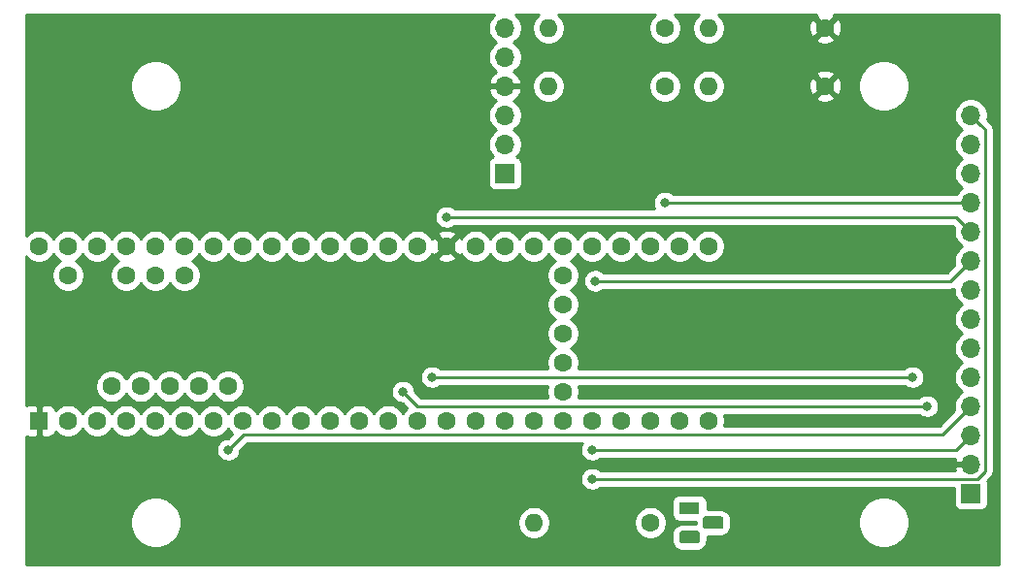
<source format=gbr>
G04 #@! TF.GenerationSoftware,KiCad,Pcbnew,(5.1.5)-3*
G04 #@! TF.CreationDate,2020-02-02T22:49:33-08:00*
G04 #@! TF.ProjectId,boostino,626f6f73-7469-46e6-9f2e-6b696361645f,rev?*
G04 #@! TF.SameCoordinates,Original*
G04 #@! TF.FileFunction,Copper,L2,Bot*
G04 #@! TF.FilePolarity,Positive*
%FSLAX46Y46*%
G04 Gerber Fmt 4.6, Leading zero omitted, Abs format (unit mm)*
G04 Created by KiCad (PCBNEW (5.1.5)-3) date 2020-02-02 22:49:33*
%MOMM*%
%LPD*%
G04 APERTURE LIST*
%ADD10R,1.700000X1.700000*%
%ADD11O,1.700000X1.700000*%
%ADD12C,1.600000*%
%ADD13R,1.600000X1.600000*%
%ADD14R,1.800000X1.100000*%
%ADD15C,0.100000*%
%ADD16O,1.600000X1.600000*%
%ADD17C,0.800000*%
%ADD18C,0.250000*%
%ADD19C,0.254000*%
G04 APERTURE END LIST*
D10*
X152400000Y-97790000D03*
D11*
X152400000Y-95250000D03*
X152400000Y-92710000D03*
X152400000Y-90170000D03*
X152400000Y-87630000D03*
X152400000Y-85090000D03*
D12*
X152400000Y-119380000D03*
X154940000Y-119380000D03*
X157480000Y-119380000D03*
X160020000Y-119380000D03*
X149860000Y-119380000D03*
X147320000Y-119380000D03*
X144780000Y-119380000D03*
X162560000Y-119380000D03*
X165100000Y-119380000D03*
X167640000Y-119380000D03*
X170180000Y-119380000D03*
X157480000Y-116840000D03*
X157480000Y-114300000D03*
X157480000Y-111760000D03*
X157480000Y-109220000D03*
X157480000Y-106680000D03*
X170180000Y-104140000D03*
X167640000Y-104140000D03*
X165100000Y-104140000D03*
X162560000Y-104140000D03*
X160020000Y-104140000D03*
X157480000Y-104140000D03*
X154940000Y-104140000D03*
X152400000Y-104140000D03*
X142240000Y-119380000D03*
X139700000Y-119380000D03*
X137160000Y-119380000D03*
X134620000Y-119380000D03*
X132080000Y-119380000D03*
X129540000Y-119380000D03*
X127000000Y-119380000D03*
X124460000Y-119380000D03*
X121920000Y-119380000D03*
X119380000Y-119380000D03*
X116840000Y-119380000D03*
X114300000Y-119380000D03*
D13*
X111760000Y-119380000D03*
D12*
X149860000Y-104140000D03*
X147320000Y-104140000D03*
X144780000Y-104140000D03*
X142240000Y-104140000D03*
X139700000Y-104140000D03*
X137160000Y-104140000D03*
X134620000Y-104140000D03*
X132080000Y-104140000D03*
X129540000Y-104140000D03*
X127000000Y-104140000D03*
X124460000Y-104140000D03*
X121920000Y-104140000D03*
X119380000Y-104140000D03*
X116840000Y-104140000D03*
X114300000Y-104140000D03*
X111760000Y-104140000D03*
X114300000Y-106680000D03*
X119380000Y-106680000D03*
X121920000Y-106680000D03*
X124460000Y-106680000D03*
X118110000Y-116380000D03*
X120650000Y-116380000D03*
X123190000Y-116380000D03*
X125730000Y-116380000D03*
X128270000Y-116380000D03*
D14*
X168510000Y-127000000D03*
G04 #@! TA.AperFunction,ComponentPad*
D15*
G36*
X169161955Y-128991324D02*
G01*
X169188650Y-128995284D01*
X169214828Y-129001841D01*
X169240238Y-129010933D01*
X169264634Y-129022472D01*
X169287782Y-129036346D01*
X169309458Y-129052422D01*
X169329454Y-129070546D01*
X169347578Y-129090542D01*
X169363654Y-129112218D01*
X169377528Y-129135366D01*
X169389067Y-129159762D01*
X169398159Y-129185172D01*
X169404716Y-129211350D01*
X169408676Y-129238045D01*
X169410000Y-129265000D01*
X169410000Y-129815000D01*
X169408676Y-129841955D01*
X169404716Y-129868650D01*
X169398159Y-129894828D01*
X169389067Y-129920238D01*
X169377528Y-129944634D01*
X169363654Y-129967782D01*
X169347578Y-129989458D01*
X169329454Y-130009454D01*
X169309458Y-130027578D01*
X169287782Y-130043654D01*
X169264634Y-130057528D01*
X169240238Y-130069067D01*
X169214828Y-130078159D01*
X169188650Y-130084716D01*
X169161955Y-130088676D01*
X169135000Y-130090000D01*
X167885000Y-130090000D01*
X167858045Y-130088676D01*
X167831350Y-130084716D01*
X167805172Y-130078159D01*
X167779762Y-130069067D01*
X167755366Y-130057528D01*
X167732218Y-130043654D01*
X167710542Y-130027578D01*
X167690546Y-130009454D01*
X167672422Y-129989458D01*
X167656346Y-129967782D01*
X167642472Y-129944634D01*
X167630933Y-129920238D01*
X167621841Y-129894828D01*
X167615284Y-129868650D01*
X167611324Y-129841955D01*
X167610000Y-129815000D01*
X167610000Y-129265000D01*
X167611324Y-129238045D01*
X167615284Y-129211350D01*
X167621841Y-129185172D01*
X167630933Y-129159762D01*
X167642472Y-129135366D01*
X167656346Y-129112218D01*
X167672422Y-129090542D01*
X167690546Y-129070546D01*
X167710542Y-129052422D01*
X167732218Y-129036346D01*
X167755366Y-129022472D01*
X167779762Y-129010933D01*
X167805172Y-129001841D01*
X167831350Y-128995284D01*
X167858045Y-128991324D01*
X167885000Y-128990000D01*
X169135000Y-128990000D01*
X169161955Y-128991324D01*
G37*
G04 #@! TD.AperFunction*
G04 #@! TA.AperFunction,ComponentPad*
G36*
X171231955Y-127721324D02*
G01*
X171258650Y-127725284D01*
X171284828Y-127731841D01*
X171310238Y-127740933D01*
X171334634Y-127752472D01*
X171357782Y-127766346D01*
X171379458Y-127782422D01*
X171399454Y-127800546D01*
X171417578Y-127820542D01*
X171433654Y-127842218D01*
X171447528Y-127865366D01*
X171459067Y-127889762D01*
X171468159Y-127915172D01*
X171474716Y-127941350D01*
X171478676Y-127968045D01*
X171480000Y-127995000D01*
X171480000Y-128545000D01*
X171478676Y-128571955D01*
X171474716Y-128598650D01*
X171468159Y-128624828D01*
X171459067Y-128650238D01*
X171447528Y-128674634D01*
X171433654Y-128697782D01*
X171417578Y-128719458D01*
X171399454Y-128739454D01*
X171379458Y-128757578D01*
X171357782Y-128773654D01*
X171334634Y-128787528D01*
X171310238Y-128799067D01*
X171284828Y-128808159D01*
X171258650Y-128814716D01*
X171231955Y-128818676D01*
X171205000Y-128820000D01*
X169955000Y-128820000D01*
X169928045Y-128818676D01*
X169901350Y-128814716D01*
X169875172Y-128808159D01*
X169849762Y-128799067D01*
X169825366Y-128787528D01*
X169802218Y-128773654D01*
X169780542Y-128757578D01*
X169760546Y-128739454D01*
X169742422Y-128719458D01*
X169726346Y-128697782D01*
X169712472Y-128674634D01*
X169700933Y-128650238D01*
X169691841Y-128624828D01*
X169685284Y-128598650D01*
X169681324Y-128571955D01*
X169680000Y-128545000D01*
X169680000Y-127995000D01*
X169681324Y-127968045D01*
X169685284Y-127941350D01*
X169691841Y-127915172D01*
X169700933Y-127889762D01*
X169712472Y-127865366D01*
X169726346Y-127842218D01*
X169742422Y-127820542D01*
X169760546Y-127800546D01*
X169780542Y-127782422D01*
X169802218Y-127766346D01*
X169825366Y-127752472D01*
X169849762Y-127740933D01*
X169875172Y-127731841D01*
X169901350Y-127725284D01*
X169928045Y-127721324D01*
X169955000Y-127720000D01*
X171205000Y-127720000D01*
X171231955Y-127721324D01*
G37*
G04 #@! TD.AperFunction*
D10*
X193040000Y-125730000D03*
D11*
X193040000Y-123190000D03*
X193040000Y-120650000D03*
X193040000Y-118110000D03*
X193040000Y-115570000D03*
X193040000Y-113030000D03*
X193040000Y-110490000D03*
X193040000Y-107950000D03*
X193040000Y-105410000D03*
X193040000Y-102870000D03*
X193040000Y-100330000D03*
X193040000Y-97790000D03*
X193040000Y-95250000D03*
X193040000Y-92710000D03*
D12*
X166370000Y-90170000D03*
D16*
X156210000Y-90170000D03*
D12*
X180340000Y-90170000D03*
D16*
X170180000Y-90170000D03*
X154940000Y-128270000D03*
D12*
X165100000Y-128270000D03*
X166370000Y-85090000D03*
D16*
X156210000Y-85090000D03*
X170180000Y-85090000D03*
D12*
X180340000Y-85090000D03*
D17*
X160020000Y-121920000D03*
X128270000Y-121920000D03*
X143510000Y-116840000D03*
X189230000Y-118110000D03*
X146050000Y-115570000D03*
X187960000Y-115570000D03*
X147320000Y-101600000D03*
X160271426Y-107175000D03*
X166370000Y-100330000D03*
X160020000Y-124460000D03*
D18*
X191770000Y-121920000D02*
X193040000Y-120650000D01*
X160020000Y-121920000D02*
X191770000Y-121920000D01*
X192190001Y-118959999D02*
X193040000Y-118110000D01*
X129634999Y-120555001D02*
X190594999Y-120555001D01*
X190594999Y-120555001D02*
X192190001Y-118959999D01*
X128270000Y-121920000D02*
X129634999Y-120555001D01*
X143510000Y-116840000D02*
X144780000Y-118110000D01*
X144780000Y-118110000D02*
X189230000Y-118110000D01*
X146050000Y-115570000D02*
X187960000Y-115570000D01*
X191770000Y-101600000D02*
X193040000Y-102870000D01*
X147320000Y-101600000D02*
X191770000Y-101600000D01*
X160271426Y-107175000D02*
X191275000Y-107175000D01*
X191275000Y-107175000D02*
X193040000Y-105410000D01*
X166370000Y-100330000D02*
X193040000Y-100330000D01*
X193889999Y-93559999D02*
X193040000Y-92710000D01*
X194265001Y-93935001D02*
X193889999Y-93559999D01*
X194265001Y-123778001D02*
X194265001Y-93935001D01*
X193583002Y-124460000D02*
X194265001Y-123778001D01*
X160020000Y-124460000D02*
X193583002Y-124460000D01*
D19*
G36*
X151246525Y-84143368D02*
G01*
X151084010Y-84386589D01*
X150972068Y-84656842D01*
X150915000Y-84943740D01*
X150915000Y-85236260D01*
X150972068Y-85523158D01*
X151084010Y-85793411D01*
X151246525Y-86036632D01*
X151453368Y-86243475D01*
X151627760Y-86360000D01*
X151453368Y-86476525D01*
X151246525Y-86683368D01*
X151084010Y-86926589D01*
X150972068Y-87196842D01*
X150915000Y-87483740D01*
X150915000Y-87776260D01*
X150972068Y-88063158D01*
X151084010Y-88333411D01*
X151246525Y-88576632D01*
X151453368Y-88783475D01*
X151635534Y-88905195D01*
X151518645Y-88974822D01*
X151302412Y-89169731D01*
X151128359Y-89403080D01*
X151003175Y-89665901D01*
X150958524Y-89813110D01*
X151079845Y-90043000D01*
X152273000Y-90043000D01*
X152273000Y-90023000D01*
X152527000Y-90023000D01*
X152527000Y-90043000D01*
X153720155Y-90043000D01*
X153727720Y-90028665D01*
X154775000Y-90028665D01*
X154775000Y-90311335D01*
X154830147Y-90588574D01*
X154938320Y-90849727D01*
X155095363Y-91084759D01*
X155295241Y-91284637D01*
X155530273Y-91441680D01*
X155791426Y-91549853D01*
X156068665Y-91605000D01*
X156351335Y-91605000D01*
X156628574Y-91549853D01*
X156889727Y-91441680D01*
X157124759Y-91284637D01*
X157324637Y-91084759D01*
X157481680Y-90849727D01*
X157589853Y-90588574D01*
X157645000Y-90311335D01*
X157645000Y-90028665D01*
X164935000Y-90028665D01*
X164935000Y-90311335D01*
X164990147Y-90588574D01*
X165098320Y-90849727D01*
X165255363Y-91084759D01*
X165455241Y-91284637D01*
X165690273Y-91441680D01*
X165951426Y-91549853D01*
X166228665Y-91605000D01*
X166511335Y-91605000D01*
X166788574Y-91549853D01*
X167049727Y-91441680D01*
X167284759Y-91284637D01*
X167484637Y-91084759D01*
X167641680Y-90849727D01*
X167749853Y-90588574D01*
X167805000Y-90311335D01*
X167805000Y-90028665D01*
X168745000Y-90028665D01*
X168745000Y-90311335D01*
X168800147Y-90588574D01*
X168908320Y-90849727D01*
X169065363Y-91084759D01*
X169265241Y-91284637D01*
X169500273Y-91441680D01*
X169761426Y-91549853D01*
X170038665Y-91605000D01*
X170321335Y-91605000D01*
X170598574Y-91549853D01*
X170859727Y-91441680D01*
X171094759Y-91284637D01*
X171216694Y-91162702D01*
X179526903Y-91162702D01*
X179598486Y-91406671D01*
X179853996Y-91527571D01*
X180128184Y-91596300D01*
X180410512Y-91610217D01*
X180690130Y-91568787D01*
X180956292Y-91473603D01*
X181081514Y-91406671D01*
X181153097Y-91162702D01*
X180340000Y-90349605D01*
X179526903Y-91162702D01*
X171216694Y-91162702D01*
X171294637Y-91084759D01*
X171451680Y-90849727D01*
X171559853Y-90588574D01*
X171615000Y-90311335D01*
X171615000Y-90240512D01*
X178899783Y-90240512D01*
X178941213Y-90520130D01*
X179036397Y-90786292D01*
X179103329Y-90911514D01*
X179347298Y-90983097D01*
X180160395Y-90170000D01*
X180519605Y-90170000D01*
X181332702Y-90983097D01*
X181576671Y-90911514D01*
X181697571Y-90656004D01*
X181766300Y-90381816D01*
X181780217Y-90099488D01*
X181758049Y-89949872D01*
X183185000Y-89949872D01*
X183185000Y-90390128D01*
X183270890Y-90821925D01*
X183439369Y-91228669D01*
X183683962Y-91594729D01*
X183995271Y-91906038D01*
X184361331Y-92150631D01*
X184768075Y-92319110D01*
X185199872Y-92405000D01*
X185640128Y-92405000D01*
X186071925Y-92319110D01*
X186478669Y-92150631D01*
X186844729Y-91906038D01*
X187156038Y-91594729D01*
X187400631Y-91228669D01*
X187569110Y-90821925D01*
X187655000Y-90390128D01*
X187655000Y-89949872D01*
X187569110Y-89518075D01*
X187400631Y-89111331D01*
X187156038Y-88745271D01*
X186844729Y-88433962D01*
X186478669Y-88189369D01*
X186071925Y-88020890D01*
X185640128Y-87935000D01*
X185199872Y-87935000D01*
X184768075Y-88020890D01*
X184361331Y-88189369D01*
X183995271Y-88433962D01*
X183683962Y-88745271D01*
X183439369Y-89111331D01*
X183270890Y-89518075D01*
X183185000Y-89949872D01*
X181758049Y-89949872D01*
X181738787Y-89819870D01*
X181643603Y-89553708D01*
X181576671Y-89428486D01*
X181332702Y-89356903D01*
X180519605Y-90170000D01*
X180160395Y-90170000D01*
X179347298Y-89356903D01*
X179103329Y-89428486D01*
X178982429Y-89683996D01*
X178913700Y-89958184D01*
X178899783Y-90240512D01*
X171615000Y-90240512D01*
X171615000Y-90028665D01*
X171559853Y-89751426D01*
X171451680Y-89490273D01*
X171294637Y-89255241D01*
X171216694Y-89177298D01*
X179526903Y-89177298D01*
X180340000Y-89990395D01*
X181153097Y-89177298D01*
X181081514Y-88933329D01*
X180826004Y-88812429D01*
X180551816Y-88743700D01*
X180269488Y-88729783D01*
X179989870Y-88771213D01*
X179723708Y-88866397D01*
X179598486Y-88933329D01*
X179526903Y-89177298D01*
X171216694Y-89177298D01*
X171094759Y-89055363D01*
X170859727Y-88898320D01*
X170598574Y-88790147D01*
X170321335Y-88735000D01*
X170038665Y-88735000D01*
X169761426Y-88790147D01*
X169500273Y-88898320D01*
X169265241Y-89055363D01*
X169065363Y-89255241D01*
X168908320Y-89490273D01*
X168800147Y-89751426D01*
X168745000Y-90028665D01*
X167805000Y-90028665D01*
X167749853Y-89751426D01*
X167641680Y-89490273D01*
X167484637Y-89255241D01*
X167284759Y-89055363D01*
X167049727Y-88898320D01*
X166788574Y-88790147D01*
X166511335Y-88735000D01*
X166228665Y-88735000D01*
X165951426Y-88790147D01*
X165690273Y-88898320D01*
X165455241Y-89055363D01*
X165255363Y-89255241D01*
X165098320Y-89490273D01*
X164990147Y-89751426D01*
X164935000Y-90028665D01*
X157645000Y-90028665D01*
X157589853Y-89751426D01*
X157481680Y-89490273D01*
X157324637Y-89255241D01*
X157124759Y-89055363D01*
X156889727Y-88898320D01*
X156628574Y-88790147D01*
X156351335Y-88735000D01*
X156068665Y-88735000D01*
X155791426Y-88790147D01*
X155530273Y-88898320D01*
X155295241Y-89055363D01*
X155095363Y-89255241D01*
X154938320Y-89490273D01*
X154830147Y-89751426D01*
X154775000Y-90028665D01*
X153727720Y-90028665D01*
X153841476Y-89813110D01*
X153796825Y-89665901D01*
X153671641Y-89403080D01*
X153497588Y-89169731D01*
X153281355Y-88974822D01*
X153164466Y-88905195D01*
X153346632Y-88783475D01*
X153553475Y-88576632D01*
X153715990Y-88333411D01*
X153827932Y-88063158D01*
X153885000Y-87776260D01*
X153885000Y-87483740D01*
X153827932Y-87196842D01*
X153715990Y-86926589D01*
X153553475Y-86683368D01*
X153346632Y-86476525D01*
X153172240Y-86360000D01*
X153346632Y-86243475D01*
X153553475Y-86036632D01*
X153715990Y-85793411D01*
X153827932Y-85523158D01*
X153885000Y-85236260D01*
X153885000Y-84943740D01*
X153827932Y-84656842D01*
X153715990Y-84386589D01*
X153553475Y-84143368D01*
X153357107Y-83947000D01*
X155337689Y-83947000D01*
X155295241Y-83975363D01*
X155095363Y-84175241D01*
X154938320Y-84410273D01*
X154830147Y-84671426D01*
X154775000Y-84948665D01*
X154775000Y-85231335D01*
X154830147Y-85508574D01*
X154938320Y-85769727D01*
X155095363Y-86004759D01*
X155295241Y-86204637D01*
X155530273Y-86361680D01*
X155791426Y-86469853D01*
X156068665Y-86525000D01*
X156351335Y-86525000D01*
X156628574Y-86469853D01*
X156889727Y-86361680D01*
X157124759Y-86204637D01*
X157324637Y-86004759D01*
X157481680Y-85769727D01*
X157589853Y-85508574D01*
X157645000Y-85231335D01*
X157645000Y-84948665D01*
X157589853Y-84671426D01*
X157481680Y-84410273D01*
X157324637Y-84175241D01*
X157124759Y-83975363D01*
X157082311Y-83947000D01*
X165497689Y-83947000D01*
X165455241Y-83975363D01*
X165255363Y-84175241D01*
X165098320Y-84410273D01*
X164990147Y-84671426D01*
X164935000Y-84948665D01*
X164935000Y-85231335D01*
X164990147Y-85508574D01*
X165098320Y-85769727D01*
X165255363Y-86004759D01*
X165455241Y-86204637D01*
X165690273Y-86361680D01*
X165951426Y-86469853D01*
X166228665Y-86525000D01*
X166511335Y-86525000D01*
X166788574Y-86469853D01*
X167049727Y-86361680D01*
X167284759Y-86204637D01*
X167484637Y-86004759D01*
X167641680Y-85769727D01*
X167749853Y-85508574D01*
X167805000Y-85231335D01*
X167805000Y-84948665D01*
X167749853Y-84671426D01*
X167641680Y-84410273D01*
X167484637Y-84175241D01*
X167284759Y-83975363D01*
X167242311Y-83947000D01*
X169307689Y-83947000D01*
X169265241Y-83975363D01*
X169065363Y-84175241D01*
X168908320Y-84410273D01*
X168800147Y-84671426D01*
X168745000Y-84948665D01*
X168745000Y-85231335D01*
X168800147Y-85508574D01*
X168908320Y-85769727D01*
X169065363Y-86004759D01*
X169265241Y-86204637D01*
X169500273Y-86361680D01*
X169761426Y-86469853D01*
X170038665Y-86525000D01*
X170321335Y-86525000D01*
X170598574Y-86469853D01*
X170859727Y-86361680D01*
X171094759Y-86204637D01*
X171216694Y-86082702D01*
X179526903Y-86082702D01*
X179598486Y-86326671D01*
X179853996Y-86447571D01*
X180128184Y-86516300D01*
X180410512Y-86530217D01*
X180690130Y-86488787D01*
X180956292Y-86393603D01*
X181081514Y-86326671D01*
X181153097Y-86082702D01*
X180340000Y-85269605D01*
X179526903Y-86082702D01*
X171216694Y-86082702D01*
X171294637Y-86004759D01*
X171451680Y-85769727D01*
X171559853Y-85508574D01*
X171615000Y-85231335D01*
X171615000Y-85160512D01*
X178899783Y-85160512D01*
X178941213Y-85440130D01*
X179036397Y-85706292D01*
X179103329Y-85831514D01*
X179347298Y-85903097D01*
X180160395Y-85090000D01*
X180519605Y-85090000D01*
X181332702Y-85903097D01*
X181576671Y-85831514D01*
X181697571Y-85576004D01*
X181766300Y-85301816D01*
X181780217Y-85019488D01*
X181738787Y-84739870D01*
X181643603Y-84473708D01*
X181576671Y-84348486D01*
X181332702Y-84276903D01*
X180519605Y-85090000D01*
X180160395Y-85090000D01*
X179347298Y-84276903D01*
X179103329Y-84348486D01*
X178982429Y-84603996D01*
X178913700Y-84878184D01*
X178899783Y-85160512D01*
X171615000Y-85160512D01*
X171615000Y-84948665D01*
X171559853Y-84671426D01*
X171451680Y-84410273D01*
X171294637Y-84175241D01*
X171094759Y-83975363D01*
X171052311Y-83947000D01*
X179571002Y-83947000D01*
X179526903Y-84097298D01*
X180340000Y-84910395D01*
X181153097Y-84097298D01*
X181108998Y-83947000D01*
X195453000Y-83947000D01*
X195453000Y-131953000D01*
X110617000Y-131953000D01*
X110617000Y-128049872D01*
X119685000Y-128049872D01*
X119685000Y-128490128D01*
X119770890Y-128921925D01*
X119939369Y-129328669D01*
X120183962Y-129694729D01*
X120495271Y-130006038D01*
X120861331Y-130250631D01*
X121268075Y-130419110D01*
X121699872Y-130505000D01*
X122140128Y-130505000D01*
X122571925Y-130419110D01*
X122978669Y-130250631D01*
X123344729Y-130006038D01*
X123656038Y-129694729D01*
X123900631Y-129328669D01*
X124069110Y-128921925D01*
X124155000Y-128490128D01*
X124155000Y-128128665D01*
X153505000Y-128128665D01*
X153505000Y-128411335D01*
X153560147Y-128688574D01*
X153668320Y-128949727D01*
X153825363Y-129184759D01*
X154025241Y-129384637D01*
X154260273Y-129541680D01*
X154521426Y-129649853D01*
X154798665Y-129705000D01*
X155081335Y-129705000D01*
X155358574Y-129649853D01*
X155619727Y-129541680D01*
X155854759Y-129384637D01*
X156054637Y-129184759D01*
X156211680Y-128949727D01*
X156319853Y-128688574D01*
X156375000Y-128411335D01*
X156375000Y-128128665D01*
X163665000Y-128128665D01*
X163665000Y-128411335D01*
X163720147Y-128688574D01*
X163828320Y-128949727D01*
X163985363Y-129184759D01*
X164185241Y-129384637D01*
X164420273Y-129541680D01*
X164681426Y-129649853D01*
X164958665Y-129705000D01*
X165241335Y-129705000D01*
X165518574Y-129649853D01*
X165779727Y-129541680D01*
X166014759Y-129384637D01*
X166214637Y-129184759D01*
X166371680Y-128949727D01*
X166479853Y-128688574D01*
X166535000Y-128411335D01*
X166535000Y-128128665D01*
X166479853Y-127851426D01*
X166371680Y-127590273D01*
X166214637Y-127355241D01*
X166014759Y-127155363D01*
X165779727Y-126998320D01*
X165518574Y-126890147D01*
X165241335Y-126835000D01*
X164958665Y-126835000D01*
X164681426Y-126890147D01*
X164420273Y-126998320D01*
X164185241Y-127155363D01*
X163985363Y-127355241D01*
X163828320Y-127590273D01*
X163720147Y-127851426D01*
X163665000Y-128128665D01*
X156375000Y-128128665D01*
X156319853Y-127851426D01*
X156211680Y-127590273D01*
X156054637Y-127355241D01*
X155854759Y-127155363D01*
X155619727Y-126998320D01*
X155358574Y-126890147D01*
X155081335Y-126835000D01*
X154798665Y-126835000D01*
X154521426Y-126890147D01*
X154260273Y-126998320D01*
X154025241Y-127155363D01*
X153825363Y-127355241D01*
X153668320Y-127590273D01*
X153560147Y-127851426D01*
X153505000Y-128128665D01*
X124155000Y-128128665D01*
X124155000Y-128049872D01*
X124069110Y-127618075D01*
X123900631Y-127211331D01*
X123656038Y-126845271D01*
X123344729Y-126533962D01*
X123219071Y-126450000D01*
X166971928Y-126450000D01*
X166971928Y-127550000D01*
X166984188Y-127674482D01*
X167020498Y-127794180D01*
X167079463Y-127904494D01*
X167158815Y-128001185D01*
X167255506Y-128080537D01*
X167365820Y-128139502D01*
X167485518Y-128175812D01*
X167610000Y-128188072D01*
X169041928Y-128188072D01*
X169041928Y-128351928D01*
X167885000Y-128351928D01*
X167706868Y-128369472D01*
X167535582Y-128421431D01*
X167377724Y-128505808D01*
X167239361Y-128619361D01*
X167125808Y-128757724D01*
X167041431Y-128915582D01*
X166989472Y-129086868D01*
X166971928Y-129265000D01*
X166971928Y-129815000D01*
X166989472Y-129993132D01*
X167041431Y-130164418D01*
X167125808Y-130322276D01*
X167239361Y-130460639D01*
X167377724Y-130574192D01*
X167535582Y-130658569D01*
X167706868Y-130710528D01*
X167885000Y-130728072D01*
X169135000Y-130728072D01*
X169313132Y-130710528D01*
X169484418Y-130658569D01*
X169642276Y-130574192D01*
X169780639Y-130460639D01*
X169894192Y-130322276D01*
X169978569Y-130164418D01*
X170030528Y-129993132D01*
X170048072Y-129815000D01*
X170048072Y-129458072D01*
X171205000Y-129458072D01*
X171383132Y-129440528D01*
X171554418Y-129388569D01*
X171712276Y-129304192D01*
X171850639Y-129190639D01*
X171964192Y-129052276D01*
X172048569Y-128894418D01*
X172100528Y-128723132D01*
X172118072Y-128545000D01*
X172118072Y-128049872D01*
X183185000Y-128049872D01*
X183185000Y-128490128D01*
X183270890Y-128921925D01*
X183439369Y-129328669D01*
X183683962Y-129694729D01*
X183995271Y-130006038D01*
X184361331Y-130250631D01*
X184768075Y-130419110D01*
X185199872Y-130505000D01*
X185640128Y-130505000D01*
X186071925Y-130419110D01*
X186478669Y-130250631D01*
X186844729Y-130006038D01*
X187156038Y-129694729D01*
X187400631Y-129328669D01*
X187569110Y-128921925D01*
X187655000Y-128490128D01*
X187655000Y-128049872D01*
X187569110Y-127618075D01*
X187400631Y-127211331D01*
X187156038Y-126845271D01*
X186844729Y-126533962D01*
X186478669Y-126289369D01*
X186071925Y-126120890D01*
X185640128Y-126035000D01*
X185199872Y-126035000D01*
X184768075Y-126120890D01*
X184361331Y-126289369D01*
X183995271Y-126533962D01*
X183683962Y-126845271D01*
X183439369Y-127211331D01*
X183270890Y-127618075D01*
X183185000Y-128049872D01*
X172118072Y-128049872D01*
X172118072Y-127995000D01*
X172100528Y-127816868D01*
X172048569Y-127645582D01*
X171964192Y-127487724D01*
X171850639Y-127349361D01*
X171712276Y-127235808D01*
X171554418Y-127151431D01*
X171383132Y-127099472D01*
X171205000Y-127081928D01*
X170048072Y-127081928D01*
X170048072Y-126450000D01*
X170035812Y-126325518D01*
X169999502Y-126205820D01*
X169940537Y-126095506D01*
X169861185Y-125998815D01*
X169764494Y-125919463D01*
X169654180Y-125860498D01*
X169534482Y-125824188D01*
X169410000Y-125811928D01*
X167610000Y-125811928D01*
X167485518Y-125824188D01*
X167365820Y-125860498D01*
X167255506Y-125919463D01*
X167158815Y-125998815D01*
X167079463Y-126095506D01*
X167020498Y-126205820D01*
X166984188Y-126325518D01*
X166971928Y-126450000D01*
X123219071Y-126450000D01*
X122978669Y-126289369D01*
X122571925Y-126120890D01*
X122140128Y-126035000D01*
X121699872Y-126035000D01*
X121268075Y-126120890D01*
X120861331Y-126289369D01*
X120495271Y-126533962D01*
X120183962Y-126845271D01*
X119939369Y-127211331D01*
X119770890Y-127618075D01*
X119685000Y-128049872D01*
X110617000Y-128049872D01*
X110617000Y-120716681D01*
X110715820Y-120769502D01*
X110835518Y-120805812D01*
X110960000Y-120818072D01*
X111474250Y-120815000D01*
X111633000Y-120656250D01*
X111633000Y-119507000D01*
X111613000Y-119507000D01*
X111613000Y-119253000D01*
X111633000Y-119253000D01*
X111633000Y-118103750D01*
X111887000Y-118103750D01*
X111887000Y-119253000D01*
X111907000Y-119253000D01*
X111907000Y-119507000D01*
X111887000Y-119507000D01*
X111887000Y-120656250D01*
X112045750Y-120815000D01*
X112560000Y-120818072D01*
X112684482Y-120805812D01*
X112804180Y-120769502D01*
X112914494Y-120710537D01*
X113011185Y-120631185D01*
X113090537Y-120534494D01*
X113149502Y-120424180D01*
X113185812Y-120304482D01*
X113186643Y-120296039D01*
X113385241Y-120494637D01*
X113620273Y-120651680D01*
X113881426Y-120759853D01*
X114158665Y-120815000D01*
X114441335Y-120815000D01*
X114718574Y-120759853D01*
X114979727Y-120651680D01*
X115214759Y-120494637D01*
X115414637Y-120294759D01*
X115570000Y-120062241D01*
X115725363Y-120294759D01*
X115925241Y-120494637D01*
X116160273Y-120651680D01*
X116421426Y-120759853D01*
X116698665Y-120815000D01*
X116981335Y-120815000D01*
X117258574Y-120759853D01*
X117519727Y-120651680D01*
X117754759Y-120494637D01*
X117954637Y-120294759D01*
X118110000Y-120062241D01*
X118265363Y-120294759D01*
X118465241Y-120494637D01*
X118700273Y-120651680D01*
X118961426Y-120759853D01*
X119238665Y-120815000D01*
X119521335Y-120815000D01*
X119798574Y-120759853D01*
X120059727Y-120651680D01*
X120294759Y-120494637D01*
X120494637Y-120294759D01*
X120650000Y-120062241D01*
X120805363Y-120294759D01*
X121005241Y-120494637D01*
X121240273Y-120651680D01*
X121501426Y-120759853D01*
X121778665Y-120815000D01*
X122061335Y-120815000D01*
X122338574Y-120759853D01*
X122599727Y-120651680D01*
X122834759Y-120494637D01*
X123034637Y-120294759D01*
X123190000Y-120062241D01*
X123345363Y-120294759D01*
X123545241Y-120494637D01*
X123780273Y-120651680D01*
X124041426Y-120759853D01*
X124318665Y-120815000D01*
X124601335Y-120815000D01*
X124878574Y-120759853D01*
X125139727Y-120651680D01*
X125374759Y-120494637D01*
X125574637Y-120294759D01*
X125730000Y-120062241D01*
X125885363Y-120294759D01*
X126085241Y-120494637D01*
X126320273Y-120651680D01*
X126581426Y-120759853D01*
X126858665Y-120815000D01*
X127141335Y-120815000D01*
X127418574Y-120759853D01*
X127679727Y-120651680D01*
X127914759Y-120494637D01*
X128114637Y-120294759D01*
X128270000Y-120062241D01*
X128425363Y-120294759D01*
X128622901Y-120492297D01*
X128230199Y-120885000D01*
X128168061Y-120885000D01*
X127968102Y-120924774D01*
X127779744Y-121002795D01*
X127610226Y-121116063D01*
X127466063Y-121260226D01*
X127352795Y-121429744D01*
X127274774Y-121618102D01*
X127235000Y-121818061D01*
X127235000Y-122021939D01*
X127274774Y-122221898D01*
X127352795Y-122410256D01*
X127466063Y-122579774D01*
X127610226Y-122723937D01*
X127779744Y-122837205D01*
X127968102Y-122915226D01*
X128168061Y-122955000D01*
X128371939Y-122955000D01*
X128571898Y-122915226D01*
X128760256Y-122837205D01*
X128929774Y-122723937D01*
X129073937Y-122579774D01*
X129187205Y-122410256D01*
X129265226Y-122221898D01*
X129305000Y-122021939D01*
X129305000Y-121959801D01*
X129949801Y-121315001D01*
X159179464Y-121315001D01*
X159102795Y-121429744D01*
X159024774Y-121618102D01*
X158985000Y-121818061D01*
X158985000Y-122021939D01*
X159024774Y-122221898D01*
X159102795Y-122410256D01*
X159216063Y-122579774D01*
X159360226Y-122723937D01*
X159529744Y-122837205D01*
X159718102Y-122915226D01*
X159918061Y-122955000D01*
X160121939Y-122955000D01*
X160321898Y-122915226D01*
X160510256Y-122837205D01*
X160679774Y-122723937D01*
X160723711Y-122680000D01*
X191645986Y-122680000D01*
X191643175Y-122685901D01*
X191598524Y-122833110D01*
X191719845Y-123063000D01*
X192913000Y-123063000D01*
X192913000Y-123043000D01*
X193167000Y-123043000D01*
X193167000Y-123063000D01*
X193187000Y-123063000D01*
X193187000Y-123317000D01*
X193167000Y-123317000D01*
X193167000Y-123337000D01*
X192913000Y-123337000D01*
X192913000Y-123317000D01*
X191719845Y-123317000D01*
X191598524Y-123546890D01*
X191643175Y-123694099D01*
X191645986Y-123700000D01*
X160723711Y-123700000D01*
X160679774Y-123656063D01*
X160510256Y-123542795D01*
X160321898Y-123464774D01*
X160121939Y-123425000D01*
X159918061Y-123425000D01*
X159718102Y-123464774D01*
X159529744Y-123542795D01*
X159360226Y-123656063D01*
X159216063Y-123800226D01*
X159102795Y-123969744D01*
X159024774Y-124158102D01*
X158985000Y-124358061D01*
X158985000Y-124561939D01*
X159024774Y-124761898D01*
X159102795Y-124950256D01*
X159216063Y-125119774D01*
X159360226Y-125263937D01*
X159529744Y-125377205D01*
X159718102Y-125455226D01*
X159918061Y-125495000D01*
X160121939Y-125495000D01*
X160321898Y-125455226D01*
X160510256Y-125377205D01*
X160679774Y-125263937D01*
X160723711Y-125220000D01*
X191551928Y-125220000D01*
X191551928Y-126580000D01*
X191564188Y-126704482D01*
X191600498Y-126824180D01*
X191659463Y-126934494D01*
X191738815Y-127031185D01*
X191835506Y-127110537D01*
X191945820Y-127169502D01*
X192065518Y-127205812D01*
X192190000Y-127218072D01*
X193890000Y-127218072D01*
X194014482Y-127205812D01*
X194134180Y-127169502D01*
X194244494Y-127110537D01*
X194341185Y-127031185D01*
X194420537Y-126934494D01*
X194479502Y-126824180D01*
X194515812Y-126704482D01*
X194528072Y-126580000D01*
X194528072Y-124880000D01*
X194515812Y-124755518D01*
X194480080Y-124637724D01*
X194776005Y-124341799D01*
X194805002Y-124318002D01*
X194899975Y-124202277D01*
X194970547Y-124070248D01*
X195014004Y-123926987D01*
X195025001Y-123815334D01*
X195025001Y-123815325D01*
X195028677Y-123778002D01*
X195025001Y-123740679D01*
X195025001Y-93972324D01*
X195028677Y-93935001D01*
X195025001Y-93897678D01*
X195025001Y-93897668D01*
X195014004Y-93786015D01*
X194970547Y-93642754D01*
X194899975Y-93510725D01*
X194805002Y-93395000D01*
X194775998Y-93371197D01*
X194481209Y-93076408D01*
X194525000Y-92856260D01*
X194525000Y-92563740D01*
X194467932Y-92276842D01*
X194355990Y-92006589D01*
X194193475Y-91763368D01*
X193986632Y-91556525D01*
X193743411Y-91394010D01*
X193473158Y-91282068D01*
X193186260Y-91225000D01*
X192893740Y-91225000D01*
X192606842Y-91282068D01*
X192336589Y-91394010D01*
X192093368Y-91556525D01*
X191886525Y-91763368D01*
X191724010Y-92006589D01*
X191612068Y-92276842D01*
X191555000Y-92563740D01*
X191555000Y-92856260D01*
X191612068Y-93143158D01*
X191724010Y-93413411D01*
X191886525Y-93656632D01*
X192093368Y-93863475D01*
X192267760Y-93980000D01*
X192093368Y-94096525D01*
X191886525Y-94303368D01*
X191724010Y-94546589D01*
X191612068Y-94816842D01*
X191555000Y-95103740D01*
X191555000Y-95396260D01*
X191612068Y-95683158D01*
X191724010Y-95953411D01*
X191886525Y-96196632D01*
X192093368Y-96403475D01*
X192267760Y-96520000D01*
X192093368Y-96636525D01*
X191886525Y-96843368D01*
X191724010Y-97086589D01*
X191612068Y-97356842D01*
X191555000Y-97643740D01*
X191555000Y-97936260D01*
X191612068Y-98223158D01*
X191724010Y-98493411D01*
X191886525Y-98736632D01*
X192093368Y-98943475D01*
X192267760Y-99060000D01*
X192093368Y-99176525D01*
X191886525Y-99383368D01*
X191761822Y-99570000D01*
X167073711Y-99570000D01*
X167029774Y-99526063D01*
X166860256Y-99412795D01*
X166671898Y-99334774D01*
X166471939Y-99295000D01*
X166268061Y-99295000D01*
X166068102Y-99334774D01*
X165879744Y-99412795D01*
X165710226Y-99526063D01*
X165566063Y-99670226D01*
X165452795Y-99839744D01*
X165374774Y-100028102D01*
X165335000Y-100228061D01*
X165335000Y-100431939D01*
X165374774Y-100631898D01*
X165452795Y-100820256D01*
X165465987Y-100840000D01*
X148023711Y-100840000D01*
X147979774Y-100796063D01*
X147810256Y-100682795D01*
X147621898Y-100604774D01*
X147421939Y-100565000D01*
X147218061Y-100565000D01*
X147018102Y-100604774D01*
X146829744Y-100682795D01*
X146660226Y-100796063D01*
X146516063Y-100940226D01*
X146402795Y-101109744D01*
X146324774Y-101298102D01*
X146285000Y-101498061D01*
X146285000Y-101701939D01*
X146324774Y-101901898D01*
X146402795Y-102090256D01*
X146516063Y-102259774D01*
X146660226Y-102403937D01*
X146829744Y-102517205D01*
X147018102Y-102595226D01*
X147218061Y-102635000D01*
X147421939Y-102635000D01*
X147621898Y-102595226D01*
X147810256Y-102517205D01*
X147979774Y-102403937D01*
X148023711Y-102360000D01*
X191455199Y-102360000D01*
X191598791Y-102503592D01*
X191555000Y-102723740D01*
X191555000Y-103016260D01*
X191612068Y-103303158D01*
X191724010Y-103573411D01*
X191886525Y-103816632D01*
X192093368Y-104023475D01*
X192267760Y-104140000D01*
X192093368Y-104256525D01*
X191886525Y-104463368D01*
X191724010Y-104706589D01*
X191612068Y-104976842D01*
X191555000Y-105263740D01*
X191555000Y-105556260D01*
X191598790Y-105776408D01*
X190960199Y-106415000D01*
X160975137Y-106415000D01*
X160931200Y-106371063D01*
X160761682Y-106257795D01*
X160573324Y-106179774D01*
X160373365Y-106140000D01*
X160169487Y-106140000D01*
X159969528Y-106179774D01*
X159781170Y-106257795D01*
X159611652Y-106371063D01*
X159467489Y-106515226D01*
X159354221Y-106684744D01*
X159276200Y-106873102D01*
X159236426Y-107073061D01*
X159236426Y-107276939D01*
X159276200Y-107476898D01*
X159354221Y-107665256D01*
X159467489Y-107834774D01*
X159611652Y-107978937D01*
X159781170Y-108092205D01*
X159969528Y-108170226D01*
X160169487Y-108210000D01*
X160373365Y-108210000D01*
X160573324Y-108170226D01*
X160761682Y-108092205D01*
X160931200Y-107978937D01*
X160975137Y-107935000D01*
X191237678Y-107935000D01*
X191275000Y-107938676D01*
X191312322Y-107935000D01*
X191312333Y-107935000D01*
X191423986Y-107924003D01*
X191555000Y-107884261D01*
X191555000Y-108096260D01*
X191612068Y-108383158D01*
X191724010Y-108653411D01*
X191886525Y-108896632D01*
X192093368Y-109103475D01*
X192267760Y-109220000D01*
X192093368Y-109336525D01*
X191886525Y-109543368D01*
X191724010Y-109786589D01*
X191612068Y-110056842D01*
X191555000Y-110343740D01*
X191555000Y-110636260D01*
X191612068Y-110923158D01*
X191724010Y-111193411D01*
X191886525Y-111436632D01*
X192093368Y-111643475D01*
X192267760Y-111760000D01*
X192093368Y-111876525D01*
X191886525Y-112083368D01*
X191724010Y-112326589D01*
X191612068Y-112596842D01*
X191555000Y-112883740D01*
X191555000Y-113176260D01*
X191612068Y-113463158D01*
X191724010Y-113733411D01*
X191886525Y-113976632D01*
X192093368Y-114183475D01*
X192267760Y-114300000D01*
X192093368Y-114416525D01*
X191886525Y-114623368D01*
X191724010Y-114866589D01*
X191612068Y-115136842D01*
X191555000Y-115423740D01*
X191555000Y-115716260D01*
X191612068Y-116003158D01*
X191724010Y-116273411D01*
X191886525Y-116516632D01*
X192093368Y-116723475D01*
X192267760Y-116840000D01*
X192093368Y-116956525D01*
X191886525Y-117163368D01*
X191724010Y-117406589D01*
X191612068Y-117676842D01*
X191555000Y-117963740D01*
X191555000Y-118256260D01*
X191598790Y-118476407D01*
X190280198Y-119795001D01*
X171560564Y-119795001D01*
X171615000Y-119521335D01*
X171615000Y-119238665D01*
X171559853Y-118961426D01*
X171521983Y-118870000D01*
X188526289Y-118870000D01*
X188570226Y-118913937D01*
X188739744Y-119027205D01*
X188928102Y-119105226D01*
X189128061Y-119145000D01*
X189331939Y-119145000D01*
X189531898Y-119105226D01*
X189720256Y-119027205D01*
X189889774Y-118913937D01*
X190033937Y-118769774D01*
X190147205Y-118600256D01*
X190225226Y-118411898D01*
X190265000Y-118211939D01*
X190265000Y-118008061D01*
X190225226Y-117808102D01*
X190147205Y-117619744D01*
X190033937Y-117450226D01*
X189889774Y-117306063D01*
X189720256Y-117192795D01*
X189531898Y-117114774D01*
X189331939Y-117075000D01*
X189128061Y-117075000D01*
X188928102Y-117114774D01*
X188739744Y-117192795D01*
X188570226Y-117306063D01*
X188526289Y-117350000D01*
X158821983Y-117350000D01*
X158859853Y-117258574D01*
X158915000Y-116981335D01*
X158915000Y-116698665D01*
X158859853Y-116421426D01*
X158821983Y-116330000D01*
X187256289Y-116330000D01*
X187300226Y-116373937D01*
X187469744Y-116487205D01*
X187658102Y-116565226D01*
X187858061Y-116605000D01*
X188061939Y-116605000D01*
X188261898Y-116565226D01*
X188450256Y-116487205D01*
X188619774Y-116373937D01*
X188763937Y-116229774D01*
X188877205Y-116060256D01*
X188955226Y-115871898D01*
X188995000Y-115671939D01*
X188995000Y-115468061D01*
X188955226Y-115268102D01*
X188877205Y-115079744D01*
X188763937Y-114910226D01*
X188619774Y-114766063D01*
X188450256Y-114652795D01*
X188261898Y-114574774D01*
X188061939Y-114535000D01*
X187858061Y-114535000D01*
X187658102Y-114574774D01*
X187469744Y-114652795D01*
X187300226Y-114766063D01*
X187256289Y-114810000D01*
X158821983Y-114810000D01*
X158859853Y-114718574D01*
X158915000Y-114441335D01*
X158915000Y-114158665D01*
X158859853Y-113881426D01*
X158751680Y-113620273D01*
X158594637Y-113385241D01*
X158394759Y-113185363D01*
X158162241Y-113030000D01*
X158394759Y-112874637D01*
X158594637Y-112674759D01*
X158751680Y-112439727D01*
X158859853Y-112178574D01*
X158915000Y-111901335D01*
X158915000Y-111618665D01*
X158859853Y-111341426D01*
X158751680Y-111080273D01*
X158594637Y-110845241D01*
X158394759Y-110645363D01*
X158162241Y-110490000D01*
X158394759Y-110334637D01*
X158594637Y-110134759D01*
X158751680Y-109899727D01*
X158859853Y-109638574D01*
X158915000Y-109361335D01*
X158915000Y-109078665D01*
X158859853Y-108801426D01*
X158751680Y-108540273D01*
X158594637Y-108305241D01*
X158394759Y-108105363D01*
X158162241Y-107950000D01*
X158394759Y-107794637D01*
X158594637Y-107594759D01*
X158751680Y-107359727D01*
X158859853Y-107098574D01*
X158915000Y-106821335D01*
X158915000Y-106538665D01*
X158859853Y-106261426D01*
X158751680Y-106000273D01*
X158594637Y-105765241D01*
X158394759Y-105565363D01*
X158162241Y-105410000D01*
X158394759Y-105254637D01*
X158594637Y-105054759D01*
X158750000Y-104822241D01*
X158905363Y-105054759D01*
X159105241Y-105254637D01*
X159340273Y-105411680D01*
X159601426Y-105519853D01*
X159878665Y-105575000D01*
X160161335Y-105575000D01*
X160438574Y-105519853D01*
X160699727Y-105411680D01*
X160934759Y-105254637D01*
X161134637Y-105054759D01*
X161290000Y-104822241D01*
X161445363Y-105054759D01*
X161645241Y-105254637D01*
X161880273Y-105411680D01*
X162141426Y-105519853D01*
X162418665Y-105575000D01*
X162701335Y-105575000D01*
X162978574Y-105519853D01*
X163239727Y-105411680D01*
X163474759Y-105254637D01*
X163674637Y-105054759D01*
X163830000Y-104822241D01*
X163985363Y-105054759D01*
X164185241Y-105254637D01*
X164420273Y-105411680D01*
X164681426Y-105519853D01*
X164958665Y-105575000D01*
X165241335Y-105575000D01*
X165518574Y-105519853D01*
X165779727Y-105411680D01*
X166014759Y-105254637D01*
X166214637Y-105054759D01*
X166370000Y-104822241D01*
X166525363Y-105054759D01*
X166725241Y-105254637D01*
X166960273Y-105411680D01*
X167221426Y-105519853D01*
X167498665Y-105575000D01*
X167781335Y-105575000D01*
X168058574Y-105519853D01*
X168319727Y-105411680D01*
X168554759Y-105254637D01*
X168754637Y-105054759D01*
X168910000Y-104822241D01*
X169065363Y-105054759D01*
X169265241Y-105254637D01*
X169500273Y-105411680D01*
X169761426Y-105519853D01*
X170038665Y-105575000D01*
X170321335Y-105575000D01*
X170598574Y-105519853D01*
X170859727Y-105411680D01*
X171094759Y-105254637D01*
X171294637Y-105054759D01*
X171451680Y-104819727D01*
X171559853Y-104558574D01*
X171615000Y-104281335D01*
X171615000Y-103998665D01*
X171559853Y-103721426D01*
X171451680Y-103460273D01*
X171294637Y-103225241D01*
X171094759Y-103025363D01*
X170859727Y-102868320D01*
X170598574Y-102760147D01*
X170321335Y-102705000D01*
X170038665Y-102705000D01*
X169761426Y-102760147D01*
X169500273Y-102868320D01*
X169265241Y-103025363D01*
X169065363Y-103225241D01*
X168910000Y-103457759D01*
X168754637Y-103225241D01*
X168554759Y-103025363D01*
X168319727Y-102868320D01*
X168058574Y-102760147D01*
X167781335Y-102705000D01*
X167498665Y-102705000D01*
X167221426Y-102760147D01*
X166960273Y-102868320D01*
X166725241Y-103025363D01*
X166525363Y-103225241D01*
X166370000Y-103457759D01*
X166214637Y-103225241D01*
X166014759Y-103025363D01*
X165779727Y-102868320D01*
X165518574Y-102760147D01*
X165241335Y-102705000D01*
X164958665Y-102705000D01*
X164681426Y-102760147D01*
X164420273Y-102868320D01*
X164185241Y-103025363D01*
X163985363Y-103225241D01*
X163830000Y-103457759D01*
X163674637Y-103225241D01*
X163474759Y-103025363D01*
X163239727Y-102868320D01*
X162978574Y-102760147D01*
X162701335Y-102705000D01*
X162418665Y-102705000D01*
X162141426Y-102760147D01*
X161880273Y-102868320D01*
X161645241Y-103025363D01*
X161445363Y-103225241D01*
X161290000Y-103457759D01*
X161134637Y-103225241D01*
X160934759Y-103025363D01*
X160699727Y-102868320D01*
X160438574Y-102760147D01*
X160161335Y-102705000D01*
X159878665Y-102705000D01*
X159601426Y-102760147D01*
X159340273Y-102868320D01*
X159105241Y-103025363D01*
X158905363Y-103225241D01*
X158750000Y-103457759D01*
X158594637Y-103225241D01*
X158394759Y-103025363D01*
X158159727Y-102868320D01*
X157898574Y-102760147D01*
X157621335Y-102705000D01*
X157338665Y-102705000D01*
X157061426Y-102760147D01*
X156800273Y-102868320D01*
X156565241Y-103025363D01*
X156365363Y-103225241D01*
X156210000Y-103457759D01*
X156054637Y-103225241D01*
X155854759Y-103025363D01*
X155619727Y-102868320D01*
X155358574Y-102760147D01*
X155081335Y-102705000D01*
X154798665Y-102705000D01*
X154521426Y-102760147D01*
X154260273Y-102868320D01*
X154025241Y-103025363D01*
X153825363Y-103225241D01*
X153670000Y-103457759D01*
X153514637Y-103225241D01*
X153314759Y-103025363D01*
X153079727Y-102868320D01*
X152818574Y-102760147D01*
X152541335Y-102705000D01*
X152258665Y-102705000D01*
X151981426Y-102760147D01*
X151720273Y-102868320D01*
X151485241Y-103025363D01*
X151285363Y-103225241D01*
X151130000Y-103457759D01*
X150974637Y-103225241D01*
X150774759Y-103025363D01*
X150539727Y-102868320D01*
X150278574Y-102760147D01*
X150001335Y-102705000D01*
X149718665Y-102705000D01*
X149441426Y-102760147D01*
X149180273Y-102868320D01*
X148945241Y-103025363D01*
X148745363Y-103225241D01*
X148589085Y-103459128D01*
X148556671Y-103398486D01*
X148312702Y-103326903D01*
X147499605Y-104140000D01*
X148312702Y-104953097D01*
X148556671Y-104881514D01*
X148587194Y-104817008D01*
X148588320Y-104819727D01*
X148745363Y-105054759D01*
X148945241Y-105254637D01*
X149180273Y-105411680D01*
X149441426Y-105519853D01*
X149718665Y-105575000D01*
X150001335Y-105575000D01*
X150278574Y-105519853D01*
X150539727Y-105411680D01*
X150774759Y-105254637D01*
X150974637Y-105054759D01*
X151130000Y-104822241D01*
X151285363Y-105054759D01*
X151485241Y-105254637D01*
X151720273Y-105411680D01*
X151981426Y-105519853D01*
X152258665Y-105575000D01*
X152541335Y-105575000D01*
X152818574Y-105519853D01*
X153079727Y-105411680D01*
X153314759Y-105254637D01*
X153514637Y-105054759D01*
X153670000Y-104822241D01*
X153825363Y-105054759D01*
X154025241Y-105254637D01*
X154260273Y-105411680D01*
X154521426Y-105519853D01*
X154798665Y-105575000D01*
X155081335Y-105575000D01*
X155358574Y-105519853D01*
X155619727Y-105411680D01*
X155854759Y-105254637D01*
X156054637Y-105054759D01*
X156210000Y-104822241D01*
X156365363Y-105054759D01*
X156565241Y-105254637D01*
X156797759Y-105410000D01*
X156565241Y-105565363D01*
X156365363Y-105765241D01*
X156208320Y-106000273D01*
X156100147Y-106261426D01*
X156045000Y-106538665D01*
X156045000Y-106821335D01*
X156100147Y-107098574D01*
X156208320Y-107359727D01*
X156365363Y-107594759D01*
X156565241Y-107794637D01*
X156797759Y-107950000D01*
X156565241Y-108105363D01*
X156365363Y-108305241D01*
X156208320Y-108540273D01*
X156100147Y-108801426D01*
X156045000Y-109078665D01*
X156045000Y-109361335D01*
X156100147Y-109638574D01*
X156208320Y-109899727D01*
X156365363Y-110134759D01*
X156565241Y-110334637D01*
X156797759Y-110490000D01*
X156565241Y-110645363D01*
X156365363Y-110845241D01*
X156208320Y-111080273D01*
X156100147Y-111341426D01*
X156045000Y-111618665D01*
X156045000Y-111901335D01*
X156100147Y-112178574D01*
X156208320Y-112439727D01*
X156365363Y-112674759D01*
X156565241Y-112874637D01*
X156797759Y-113030000D01*
X156565241Y-113185363D01*
X156365363Y-113385241D01*
X156208320Y-113620273D01*
X156100147Y-113881426D01*
X156045000Y-114158665D01*
X156045000Y-114441335D01*
X156100147Y-114718574D01*
X156138017Y-114810000D01*
X146753711Y-114810000D01*
X146709774Y-114766063D01*
X146540256Y-114652795D01*
X146351898Y-114574774D01*
X146151939Y-114535000D01*
X145948061Y-114535000D01*
X145748102Y-114574774D01*
X145559744Y-114652795D01*
X145390226Y-114766063D01*
X145246063Y-114910226D01*
X145132795Y-115079744D01*
X145054774Y-115268102D01*
X145015000Y-115468061D01*
X145015000Y-115671939D01*
X145054774Y-115871898D01*
X145132795Y-116060256D01*
X145246063Y-116229774D01*
X145390226Y-116373937D01*
X145559744Y-116487205D01*
X145748102Y-116565226D01*
X145948061Y-116605000D01*
X146151939Y-116605000D01*
X146351898Y-116565226D01*
X146540256Y-116487205D01*
X146709774Y-116373937D01*
X146753711Y-116330000D01*
X156138017Y-116330000D01*
X156100147Y-116421426D01*
X156045000Y-116698665D01*
X156045000Y-116981335D01*
X156100147Y-117258574D01*
X156138017Y-117350000D01*
X145094802Y-117350000D01*
X144545000Y-116800199D01*
X144545000Y-116738061D01*
X144505226Y-116538102D01*
X144427205Y-116349744D01*
X144313937Y-116180226D01*
X144169774Y-116036063D01*
X144000256Y-115922795D01*
X143811898Y-115844774D01*
X143611939Y-115805000D01*
X143408061Y-115805000D01*
X143208102Y-115844774D01*
X143019744Y-115922795D01*
X142850226Y-116036063D01*
X142706063Y-116180226D01*
X142592795Y-116349744D01*
X142514774Y-116538102D01*
X142475000Y-116738061D01*
X142475000Y-116941939D01*
X142514774Y-117141898D01*
X142592795Y-117330256D01*
X142706063Y-117499774D01*
X142850226Y-117643937D01*
X143019744Y-117757205D01*
X143208102Y-117835226D01*
X143408061Y-117875000D01*
X143470199Y-117875000D01*
X143862901Y-118267703D01*
X143665363Y-118465241D01*
X143510000Y-118697759D01*
X143354637Y-118465241D01*
X143154759Y-118265363D01*
X142919727Y-118108320D01*
X142658574Y-118000147D01*
X142381335Y-117945000D01*
X142098665Y-117945000D01*
X141821426Y-118000147D01*
X141560273Y-118108320D01*
X141325241Y-118265363D01*
X141125363Y-118465241D01*
X140970000Y-118697759D01*
X140814637Y-118465241D01*
X140614759Y-118265363D01*
X140379727Y-118108320D01*
X140118574Y-118000147D01*
X139841335Y-117945000D01*
X139558665Y-117945000D01*
X139281426Y-118000147D01*
X139020273Y-118108320D01*
X138785241Y-118265363D01*
X138585363Y-118465241D01*
X138430000Y-118697759D01*
X138274637Y-118465241D01*
X138074759Y-118265363D01*
X137839727Y-118108320D01*
X137578574Y-118000147D01*
X137301335Y-117945000D01*
X137018665Y-117945000D01*
X136741426Y-118000147D01*
X136480273Y-118108320D01*
X136245241Y-118265363D01*
X136045363Y-118465241D01*
X135890000Y-118697759D01*
X135734637Y-118465241D01*
X135534759Y-118265363D01*
X135299727Y-118108320D01*
X135038574Y-118000147D01*
X134761335Y-117945000D01*
X134478665Y-117945000D01*
X134201426Y-118000147D01*
X133940273Y-118108320D01*
X133705241Y-118265363D01*
X133505363Y-118465241D01*
X133350000Y-118697759D01*
X133194637Y-118465241D01*
X132994759Y-118265363D01*
X132759727Y-118108320D01*
X132498574Y-118000147D01*
X132221335Y-117945000D01*
X131938665Y-117945000D01*
X131661426Y-118000147D01*
X131400273Y-118108320D01*
X131165241Y-118265363D01*
X130965363Y-118465241D01*
X130810000Y-118697759D01*
X130654637Y-118465241D01*
X130454759Y-118265363D01*
X130219727Y-118108320D01*
X129958574Y-118000147D01*
X129681335Y-117945000D01*
X129398665Y-117945000D01*
X129121426Y-118000147D01*
X128860273Y-118108320D01*
X128625241Y-118265363D01*
X128425363Y-118465241D01*
X128270000Y-118697759D01*
X128114637Y-118465241D01*
X127914759Y-118265363D01*
X127679727Y-118108320D01*
X127418574Y-118000147D01*
X127141335Y-117945000D01*
X126858665Y-117945000D01*
X126581426Y-118000147D01*
X126320273Y-118108320D01*
X126085241Y-118265363D01*
X125885363Y-118465241D01*
X125730000Y-118697759D01*
X125574637Y-118465241D01*
X125374759Y-118265363D01*
X125139727Y-118108320D01*
X124878574Y-118000147D01*
X124601335Y-117945000D01*
X124318665Y-117945000D01*
X124041426Y-118000147D01*
X123780273Y-118108320D01*
X123545241Y-118265363D01*
X123345363Y-118465241D01*
X123190000Y-118697759D01*
X123034637Y-118465241D01*
X122834759Y-118265363D01*
X122599727Y-118108320D01*
X122338574Y-118000147D01*
X122061335Y-117945000D01*
X121778665Y-117945000D01*
X121501426Y-118000147D01*
X121240273Y-118108320D01*
X121005241Y-118265363D01*
X120805363Y-118465241D01*
X120650000Y-118697759D01*
X120494637Y-118465241D01*
X120294759Y-118265363D01*
X120059727Y-118108320D01*
X119798574Y-118000147D01*
X119521335Y-117945000D01*
X119238665Y-117945000D01*
X118961426Y-118000147D01*
X118700273Y-118108320D01*
X118465241Y-118265363D01*
X118265363Y-118465241D01*
X118110000Y-118697759D01*
X117954637Y-118465241D01*
X117754759Y-118265363D01*
X117519727Y-118108320D01*
X117258574Y-118000147D01*
X116981335Y-117945000D01*
X116698665Y-117945000D01*
X116421426Y-118000147D01*
X116160273Y-118108320D01*
X115925241Y-118265363D01*
X115725363Y-118465241D01*
X115570000Y-118697759D01*
X115414637Y-118465241D01*
X115214759Y-118265363D01*
X114979727Y-118108320D01*
X114718574Y-118000147D01*
X114441335Y-117945000D01*
X114158665Y-117945000D01*
X113881426Y-118000147D01*
X113620273Y-118108320D01*
X113385241Y-118265363D01*
X113186643Y-118463961D01*
X113185812Y-118455518D01*
X113149502Y-118335820D01*
X113090537Y-118225506D01*
X113011185Y-118128815D01*
X112914494Y-118049463D01*
X112804180Y-117990498D01*
X112684482Y-117954188D01*
X112560000Y-117941928D01*
X112045750Y-117945000D01*
X111887000Y-118103750D01*
X111633000Y-118103750D01*
X111474250Y-117945000D01*
X110960000Y-117941928D01*
X110835518Y-117954188D01*
X110715820Y-117990498D01*
X110617000Y-118043319D01*
X110617000Y-116238665D01*
X116675000Y-116238665D01*
X116675000Y-116521335D01*
X116730147Y-116798574D01*
X116838320Y-117059727D01*
X116995363Y-117294759D01*
X117195241Y-117494637D01*
X117430273Y-117651680D01*
X117691426Y-117759853D01*
X117968665Y-117815000D01*
X118251335Y-117815000D01*
X118528574Y-117759853D01*
X118789727Y-117651680D01*
X119024759Y-117494637D01*
X119224637Y-117294759D01*
X119380000Y-117062241D01*
X119535363Y-117294759D01*
X119735241Y-117494637D01*
X119970273Y-117651680D01*
X120231426Y-117759853D01*
X120508665Y-117815000D01*
X120791335Y-117815000D01*
X121068574Y-117759853D01*
X121329727Y-117651680D01*
X121564759Y-117494637D01*
X121764637Y-117294759D01*
X121920000Y-117062241D01*
X122075363Y-117294759D01*
X122275241Y-117494637D01*
X122510273Y-117651680D01*
X122771426Y-117759853D01*
X123048665Y-117815000D01*
X123331335Y-117815000D01*
X123608574Y-117759853D01*
X123869727Y-117651680D01*
X124104759Y-117494637D01*
X124304637Y-117294759D01*
X124460000Y-117062241D01*
X124615363Y-117294759D01*
X124815241Y-117494637D01*
X125050273Y-117651680D01*
X125311426Y-117759853D01*
X125588665Y-117815000D01*
X125871335Y-117815000D01*
X126148574Y-117759853D01*
X126409727Y-117651680D01*
X126644759Y-117494637D01*
X126844637Y-117294759D01*
X127000000Y-117062241D01*
X127155363Y-117294759D01*
X127355241Y-117494637D01*
X127590273Y-117651680D01*
X127851426Y-117759853D01*
X128128665Y-117815000D01*
X128411335Y-117815000D01*
X128688574Y-117759853D01*
X128949727Y-117651680D01*
X129184759Y-117494637D01*
X129384637Y-117294759D01*
X129541680Y-117059727D01*
X129649853Y-116798574D01*
X129705000Y-116521335D01*
X129705000Y-116238665D01*
X129649853Y-115961426D01*
X129541680Y-115700273D01*
X129384637Y-115465241D01*
X129184759Y-115265363D01*
X128949727Y-115108320D01*
X128688574Y-115000147D01*
X128411335Y-114945000D01*
X128128665Y-114945000D01*
X127851426Y-115000147D01*
X127590273Y-115108320D01*
X127355241Y-115265363D01*
X127155363Y-115465241D01*
X127000000Y-115697759D01*
X126844637Y-115465241D01*
X126644759Y-115265363D01*
X126409727Y-115108320D01*
X126148574Y-115000147D01*
X125871335Y-114945000D01*
X125588665Y-114945000D01*
X125311426Y-115000147D01*
X125050273Y-115108320D01*
X124815241Y-115265363D01*
X124615363Y-115465241D01*
X124460000Y-115697759D01*
X124304637Y-115465241D01*
X124104759Y-115265363D01*
X123869727Y-115108320D01*
X123608574Y-115000147D01*
X123331335Y-114945000D01*
X123048665Y-114945000D01*
X122771426Y-115000147D01*
X122510273Y-115108320D01*
X122275241Y-115265363D01*
X122075363Y-115465241D01*
X121920000Y-115697759D01*
X121764637Y-115465241D01*
X121564759Y-115265363D01*
X121329727Y-115108320D01*
X121068574Y-115000147D01*
X120791335Y-114945000D01*
X120508665Y-114945000D01*
X120231426Y-115000147D01*
X119970273Y-115108320D01*
X119735241Y-115265363D01*
X119535363Y-115465241D01*
X119380000Y-115697759D01*
X119224637Y-115465241D01*
X119024759Y-115265363D01*
X118789727Y-115108320D01*
X118528574Y-115000147D01*
X118251335Y-114945000D01*
X117968665Y-114945000D01*
X117691426Y-115000147D01*
X117430273Y-115108320D01*
X117195241Y-115265363D01*
X116995363Y-115465241D01*
X116838320Y-115700273D01*
X116730147Y-115961426D01*
X116675000Y-116238665D01*
X110617000Y-116238665D01*
X110617000Y-105012311D01*
X110645363Y-105054759D01*
X110845241Y-105254637D01*
X111080273Y-105411680D01*
X111341426Y-105519853D01*
X111618665Y-105575000D01*
X111901335Y-105575000D01*
X112178574Y-105519853D01*
X112439727Y-105411680D01*
X112674759Y-105254637D01*
X112874637Y-105054759D01*
X113030000Y-104822241D01*
X113185363Y-105054759D01*
X113385241Y-105254637D01*
X113617759Y-105410000D01*
X113385241Y-105565363D01*
X113185363Y-105765241D01*
X113028320Y-106000273D01*
X112920147Y-106261426D01*
X112865000Y-106538665D01*
X112865000Y-106821335D01*
X112920147Y-107098574D01*
X113028320Y-107359727D01*
X113185363Y-107594759D01*
X113385241Y-107794637D01*
X113620273Y-107951680D01*
X113881426Y-108059853D01*
X114158665Y-108115000D01*
X114441335Y-108115000D01*
X114718574Y-108059853D01*
X114979727Y-107951680D01*
X115214759Y-107794637D01*
X115414637Y-107594759D01*
X115571680Y-107359727D01*
X115679853Y-107098574D01*
X115735000Y-106821335D01*
X115735000Y-106538665D01*
X115679853Y-106261426D01*
X115571680Y-106000273D01*
X115414637Y-105765241D01*
X115214759Y-105565363D01*
X114982241Y-105410000D01*
X115214759Y-105254637D01*
X115414637Y-105054759D01*
X115570000Y-104822241D01*
X115725363Y-105054759D01*
X115925241Y-105254637D01*
X116160273Y-105411680D01*
X116421426Y-105519853D01*
X116698665Y-105575000D01*
X116981335Y-105575000D01*
X117258574Y-105519853D01*
X117519727Y-105411680D01*
X117754759Y-105254637D01*
X117954637Y-105054759D01*
X118110000Y-104822241D01*
X118265363Y-105054759D01*
X118465241Y-105254637D01*
X118697759Y-105410000D01*
X118465241Y-105565363D01*
X118265363Y-105765241D01*
X118108320Y-106000273D01*
X118000147Y-106261426D01*
X117945000Y-106538665D01*
X117945000Y-106821335D01*
X118000147Y-107098574D01*
X118108320Y-107359727D01*
X118265363Y-107594759D01*
X118465241Y-107794637D01*
X118700273Y-107951680D01*
X118961426Y-108059853D01*
X119238665Y-108115000D01*
X119521335Y-108115000D01*
X119798574Y-108059853D01*
X120059727Y-107951680D01*
X120294759Y-107794637D01*
X120494637Y-107594759D01*
X120650000Y-107362241D01*
X120805363Y-107594759D01*
X121005241Y-107794637D01*
X121240273Y-107951680D01*
X121501426Y-108059853D01*
X121778665Y-108115000D01*
X122061335Y-108115000D01*
X122338574Y-108059853D01*
X122599727Y-107951680D01*
X122834759Y-107794637D01*
X123034637Y-107594759D01*
X123190000Y-107362241D01*
X123345363Y-107594759D01*
X123545241Y-107794637D01*
X123780273Y-107951680D01*
X124041426Y-108059853D01*
X124318665Y-108115000D01*
X124601335Y-108115000D01*
X124878574Y-108059853D01*
X125139727Y-107951680D01*
X125374759Y-107794637D01*
X125574637Y-107594759D01*
X125731680Y-107359727D01*
X125839853Y-107098574D01*
X125895000Y-106821335D01*
X125895000Y-106538665D01*
X125839853Y-106261426D01*
X125731680Y-106000273D01*
X125574637Y-105765241D01*
X125374759Y-105565363D01*
X125142241Y-105410000D01*
X125374759Y-105254637D01*
X125574637Y-105054759D01*
X125730000Y-104822241D01*
X125885363Y-105054759D01*
X126085241Y-105254637D01*
X126320273Y-105411680D01*
X126581426Y-105519853D01*
X126858665Y-105575000D01*
X127141335Y-105575000D01*
X127418574Y-105519853D01*
X127679727Y-105411680D01*
X127914759Y-105254637D01*
X128114637Y-105054759D01*
X128270000Y-104822241D01*
X128425363Y-105054759D01*
X128625241Y-105254637D01*
X128860273Y-105411680D01*
X129121426Y-105519853D01*
X129398665Y-105575000D01*
X129681335Y-105575000D01*
X129958574Y-105519853D01*
X130219727Y-105411680D01*
X130454759Y-105254637D01*
X130654637Y-105054759D01*
X130810000Y-104822241D01*
X130965363Y-105054759D01*
X131165241Y-105254637D01*
X131400273Y-105411680D01*
X131661426Y-105519853D01*
X131938665Y-105575000D01*
X132221335Y-105575000D01*
X132498574Y-105519853D01*
X132759727Y-105411680D01*
X132994759Y-105254637D01*
X133194637Y-105054759D01*
X133350000Y-104822241D01*
X133505363Y-105054759D01*
X133705241Y-105254637D01*
X133940273Y-105411680D01*
X134201426Y-105519853D01*
X134478665Y-105575000D01*
X134761335Y-105575000D01*
X135038574Y-105519853D01*
X135299727Y-105411680D01*
X135534759Y-105254637D01*
X135734637Y-105054759D01*
X135890000Y-104822241D01*
X136045363Y-105054759D01*
X136245241Y-105254637D01*
X136480273Y-105411680D01*
X136741426Y-105519853D01*
X137018665Y-105575000D01*
X137301335Y-105575000D01*
X137578574Y-105519853D01*
X137839727Y-105411680D01*
X138074759Y-105254637D01*
X138274637Y-105054759D01*
X138430000Y-104822241D01*
X138585363Y-105054759D01*
X138785241Y-105254637D01*
X139020273Y-105411680D01*
X139281426Y-105519853D01*
X139558665Y-105575000D01*
X139841335Y-105575000D01*
X140118574Y-105519853D01*
X140379727Y-105411680D01*
X140614759Y-105254637D01*
X140814637Y-105054759D01*
X140970000Y-104822241D01*
X141125363Y-105054759D01*
X141325241Y-105254637D01*
X141560273Y-105411680D01*
X141821426Y-105519853D01*
X142098665Y-105575000D01*
X142381335Y-105575000D01*
X142658574Y-105519853D01*
X142919727Y-105411680D01*
X143154759Y-105254637D01*
X143354637Y-105054759D01*
X143510000Y-104822241D01*
X143665363Y-105054759D01*
X143865241Y-105254637D01*
X144100273Y-105411680D01*
X144361426Y-105519853D01*
X144638665Y-105575000D01*
X144921335Y-105575000D01*
X145198574Y-105519853D01*
X145459727Y-105411680D01*
X145694759Y-105254637D01*
X145816694Y-105132702D01*
X146506903Y-105132702D01*
X146578486Y-105376671D01*
X146833996Y-105497571D01*
X147108184Y-105566300D01*
X147390512Y-105580217D01*
X147670130Y-105538787D01*
X147936292Y-105443603D01*
X148061514Y-105376671D01*
X148133097Y-105132702D01*
X147320000Y-104319605D01*
X146506903Y-105132702D01*
X145816694Y-105132702D01*
X145894637Y-105054759D01*
X146050915Y-104820872D01*
X146083329Y-104881514D01*
X146327298Y-104953097D01*
X147140395Y-104140000D01*
X146327298Y-103326903D01*
X146083329Y-103398486D01*
X146052806Y-103462992D01*
X146051680Y-103460273D01*
X145894637Y-103225241D01*
X145816694Y-103147298D01*
X146506903Y-103147298D01*
X147320000Y-103960395D01*
X148133097Y-103147298D01*
X148061514Y-102903329D01*
X147806004Y-102782429D01*
X147531816Y-102713700D01*
X147249488Y-102699783D01*
X146969870Y-102741213D01*
X146703708Y-102836397D01*
X146578486Y-102903329D01*
X146506903Y-103147298D01*
X145816694Y-103147298D01*
X145694759Y-103025363D01*
X145459727Y-102868320D01*
X145198574Y-102760147D01*
X144921335Y-102705000D01*
X144638665Y-102705000D01*
X144361426Y-102760147D01*
X144100273Y-102868320D01*
X143865241Y-103025363D01*
X143665363Y-103225241D01*
X143510000Y-103457759D01*
X143354637Y-103225241D01*
X143154759Y-103025363D01*
X142919727Y-102868320D01*
X142658574Y-102760147D01*
X142381335Y-102705000D01*
X142098665Y-102705000D01*
X141821426Y-102760147D01*
X141560273Y-102868320D01*
X141325241Y-103025363D01*
X141125363Y-103225241D01*
X140970000Y-103457759D01*
X140814637Y-103225241D01*
X140614759Y-103025363D01*
X140379727Y-102868320D01*
X140118574Y-102760147D01*
X139841335Y-102705000D01*
X139558665Y-102705000D01*
X139281426Y-102760147D01*
X139020273Y-102868320D01*
X138785241Y-103025363D01*
X138585363Y-103225241D01*
X138430000Y-103457759D01*
X138274637Y-103225241D01*
X138074759Y-103025363D01*
X137839727Y-102868320D01*
X137578574Y-102760147D01*
X137301335Y-102705000D01*
X137018665Y-102705000D01*
X136741426Y-102760147D01*
X136480273Y-102868320D01*
X136245241Y-103025363D01*
X136045363Y-103225241D01*
X135890000Y-103457759D01*
X135734637Y-103225241D01*
X135534759Y-103025363D01*
X135299727Y-102868320D01*
X135038574Y-102760147D01*
X134761335Y-102705000D01*
X134478665Y-102705000D01*
X134201426Y-102760147D01*
X133940273Y-102868320D01*
X133705241Y-103025363D01*
X133505363Y-103225241D01*
X133350000Y-103457759D01*
X133194637Y-103225241D01*
X132994759Y-103025363D01*
X132759727Y-102868320D01*
X132498574Y-102760147D01*
X132221335Y-102705000D01*
X131938665Y-102705000D01*
X131661426Y-102760147D01*
X131400273Y-102868320D01*
X131165241Y-103025363D01*
X130965363Y-103225241D01*
X130810000Y-103457759D01*
X130654637Y-103225241D01*
X130454759Y-103025363D01*
X130219727Y-102868320D01*
X129958574Y-102760147D01*
X129681335Y-102705000D01*
X129398665Y-102705000D01*
X129121426Y-102760147D01*
X128860273Y-102868320D01*
X128625241Y-103025363D01*
X128425363Y-103225241D01*
X128270000Y-103457759D01*
X128114637Y-103225241D01*
X127914759Y-103025363D01*
X127679727Y-102868320D01*
X127418574Y-102760147D01*
X127141335Y-102705000D01*
X126858665Y-102705000D01*
X126581426Y-102760147D01*
X126320273Y-102868320D01*
X126085241Y-103025363D01*
X125885363Y-103225241D01*
X125730000Y-103457759D01*
X125574637Y-103225241D01*
X125374759Y-103025363D01*
X125139727Y-102868320D01*
X124878574Y-102760147D01*
X124601335Y-102705000D01*
X124318665Y-102705000D01*
X124041426Y-102760147D01*
X123780273Y-102868320D01*
X123545241Y-103025363D01*
X123345363Y-103225241D01*
X123190000Y-103457759D01*
X123034637Y-103225241D01*
X122834759Y-103025363D01*
X122599727Y-102868320D01*
X122338574Y-102760147D01*
X122061335Y-102705000D01*
X121778665Y-102705000D01*
X121501426Y-102760147D01*
X121240273Y-102868320D01*
X121005241Y-103025363D01*
X120805363Y-103225241D01*
X120650000Y-103457759D01*
X120494637Y-103225241D01*
X120294759Y-103025363D01*
X120059727Y-102868320D01*
X119798574Y-102760147D01*
X119521335Y-102705000D01*
X119238665Y-102705000D01*
X118961426Y-102760147D01*
X118700273Y-102868320D01*
X118465241Y-103025363D01*
X118265363Y-103225241D01*
X118110000Y-103457759D01*
X117954637Y-103225241D01*
X117754759Y-103025363D01*
X117519727Y-102868320D01*
X117258574Y-102760147D01*
X116981335Y-102705000D01*
X116698665Y-102705000D01*
X116421426Y-102760147D01*
X116160273Y-102868320D01*
X115925241Y-103025363D01*
X115725363Y-103225241D01*
X115570000Y-103457759D01*
X115414637Y-103225241D01*
X115214759Y-103025363D01*
X114979727Y-102868320D01*
X114718574Y-102760147D01*
X114441335Y-102705000D01*
X114158665Y-102705000D01*
X113881426Y-102760147D01*
X113620273Y-102868320D01*
X113385241Y-103025363D01*
X113185363Y-103225241D01*
X113030000Y-103457759D01*
X112874637Y-103225241D01*
X112674759Y-103025363D01*
X112439727Y-102868320D01*
X112178574Y-102760147D01*
X111901335Y-102705000D01*
X111618665Y-102705000D01*
X111341426Y-102760147D01*
X111080273Y-102868320D01*
X110845241Y-103025363D01*
X110645363Y-103225241D01*
X110617000Y-103267689D01*
X110617000Y-96940000D01*
X150911928Y-96940000D01*
X150911928Y-98640000D01*
X150924188Y-98764482D01*
X150960498Y-98884180D01*
X151019463Y-98994494D01*
X151098815Y-99091185D01*
X151195506Y-99170537D01*
X151305820Y-99229502D01*
X151425518Y-99265812D01*
X151550000Y-99278072D01*
X153250000Y-99278072D01*
X153374482Y-99265812D01*
X153494180Y-99229502D01*
X153604494Y-99170537D01*
X153701185Y-99091185D01*
X153780537Y-98994494D01*
X153839502Y-98884180D01*
X153875812Y-98764482D01*
X153888072Y-98640000D01*
X153888072Y-96940000D01*
X153875812Y-96815518D01*
X153839502Y-96695820D01*
X153780537Y-96585506D01*
X153701185Y-96488815D01*
X153604494Y-96409463D01*
X153494180Y-96350498D01*
X153421620Y-96328487D01*
X153553475Y-96196632D01*
X153715990Y-95953411D01*
X153827932Y-95683158D01*
X153885000Y-95396260D01*
X153885000Y-95103740D01*
X153827932Y-94816842D01*
X153715990Y-94546589D01*
X153553475Y-94303368D01*
X153346632Y-94096525D01*
X153172240Y-93980000D01*
X153346632Y-93863475D01*
X153553475Y-93656632D01*
X153715990Y-93413411D01*
X153827932Y-93143158D01*
X153885000Y-92856260D01*
X153885000Y-92563740D01*
X153827932Y-92276842D01*
X153715990Y-92006589D01*
X153553475Y-91763368D01*
X153346632Y-91556525D01*
X153164466Y-91434805D01*
X153281355Y-91365178D01*
X153497588Y-91170269D01*
X153671641Y-90936920D01*
X153796825Y-90674099D01*
X153841476Y-90526890D01*
X153720155Y-90297000D01*
X152527000Y-90297000D01*
X152527000Y-90317000D01*
X152273000Y-90317000D01*
X152273000Y-90297000D01*
X151079845Y-90297000D01*
X150958524Y-90526890D01*
X151003175Y-90674099D01*
X151128359Y-90936920D01*
X151302412Y-91170269D01*
X151518645Y-91365178D01*
X151635534Y-91434805D01*
X151453368Y-91556525D01*
X151246525Y-91763368D01*
X151084010Y-92006589D01*
X150972068Y-92276842D01*
X150915000Y-92563740D01*
X150915000Y-92856260D01*
X150972068Y-93143158D01*
X151084010Y-93413411D01*
X151246525Y-93656632D01*
X151453368Y-93863475D01*
X151627760Y-93980000D01*
X151453368Y-94096525D01*
X151246525Y-94303368D01*
X151084010Y-94546589D01*
X150972068Y-94816842D01*
X150915000Y-95103740D01*
X150915000Y-95396260D01*
X150972068Y-95683158D01*
X151084010Y-95953411D01*
X151246525Y-96196632D01*
X151378380Y-96328487D01*
X151305820Y-96350498D01*
X151195506Y-96409463D01*
X151098815Y-96488815D01*
X151019463Y-96585506D01*
X150960498Y-96695820D01*
X150924188Y-96815518D01*
X150911928Y-96940000D01*
X110617000Y-96940000D01*
X110617000Y-89949872D01*
X119685000Y-89949872D01*
X119685000Y-90390128D01*
X119770890Y-90821925D01*
X119939369Y-91228669D01*
X120183962Y-91594729D01*
X120495271Y-91906038D01*
X120861331Y-92150631D01*
X121268075Y-92319110D01*
X121699872Y-92405000D01*
X122140128Y-92405000D01*
X122571925Y-92319110D01*
X122978669Y-92150631D01*
X123344729Y-91906038D01*
X123656038Y-91594729D01*
X123900631Y-91228669D01*
X124069110Y-90821925D01*
X124155000Y-90390128D01*
X124155000Y-89949872D01*
X124069110Y-89518075D01*
X123900631Y-89111331D01*
X123656038Y-88745271D01*
X123344729Y-88433962D01*
X122978669Y-88189369D01*
X122571925Y-88020890D01*
X122140128Y-87935000D01*
X121699872Y-87935000D01*
X121268075Y-88020890D01*
X120861331Y-88189369D01*
X120495271Y-88433962D01*
X120183962Y-88745271D01*
X119939369Y-89111331D01*
X119770890Y-89518075D01*
X119685000Y-89949872D01*
X110617000Y-89949872D01*
X110617000Y-83947000D01*
X151442893Y-83947000D01*
X151246525Y-84143368D01*
G37*
X151246525Y-84143368D02*
X151084010Y-84386589D01*
X150972068Y-84656842D01*
X150915000Y-84943740D01*
X150915000Y-85236260D01*
X150972068Y-85523158D01*
X151084010Y-85793411D01*
X151246525Y-86036632D01*
X151453368Y-86243475D01*
X151627760Y-86360000D01*
X151453368Y-86476525D01*
X151246525Y-86683368D01*
X151084010Y-86926589D01*
X150972068Y-87196842D01*
X150915000Y-87483740D01*
X150915000Y-87776260D01*
X150972068Y-88063158D01*
X151084010Y-88333411D01*
X151246525Y-88576632D01*
X151453368Y-88783475D01*
X151635534Y-88905195D01*
X151518645Y-88974822D01*
X151302412Y-89169731D01*
X151128359Y-89403080D01*
X151003175Y-89665901D01*
X150958524Y-89813110D01*
X151079845Y-90043000D01*
X152273000Y-90043000D01*
X152273000Y-90023000D01*
X152527000Y-90023000D01*
X152527000Y-90043000D01*
X153720155Y-90043000D01*
X153727720Y-90028665D01*
X154775000Y-90028665D01*
X154775000Y-90311335D01*
X154830147Y-90588574D01*
X154938320Y-90849727D01*
X155095363Y-91084759D01*
X155295241Y-91284637D01*
X155530273Y-91441680D01*
X155791426Y-91549853D01*
X156068665Y-91605000D01*
X156351335Y-91605000D01*
X156628574Y-91549853D01*
X156889727Y-91441680D01*
X157124759Y-91284637D01*
X157324637Y-91084759D01*
X157481680Y-90849727D01*
X157589853Y-90588574D01*
X157645000Y-90311335D01*
X157645000Y-90028665D01*
X164935000Y-90028665D01*
X164935000Y-90311335D01*
X164990147Y-90588574D01*
X165098320Y-90849727D01*
X165255363Y-91084759D01*
X165455241Y-91284637D01*
X165690273Y-91441680D01*
X165951426Y-91549853D01*
X166228665Y-91605000D01*
X166511335Y-91605000D01*
X166788574Y-91549853D01*
X167049727Y-91441680D01*
X167284759Y-91284637D01*
X167484637Y-91084759D01*
X167641680Y-90849727D01*
X167749853Y-90588574D01*
X167805000Y-90311335D01*
X167805000Y-90028665D01*
X168745000Y-90028665D01*
X168745000Y-90311335D01*
X168800147Y-90588574D01*
X168908320Y-90849727D01*
X169065363Y-91084759D01*
X169265241Y-91284637D01*
X169500273Y-91441680D01*
X169761426Y-91549853D01*
X170038665Y-91605000D01*
X170321335Y-91605000D01*
X170598574Y-91549853D01*
X170859727Y-91441680D01*
X171094759Y-91284637D01*
X171216694Y-91162702D01*
X179526903Y-91162702D01*
X179598486Y-91406671D01*
X179853996Y-91527571D01*
X180128184Y-91596300D01*
X180410512Y-91610217D01*
X180690130Y-91568787D01*
X180956292Y-91473603D01*
X181081514Y-91406671D01*
X181153097Y-91162702D01*
X180340000Y-90349605D01*
X179526903Y-91162702D01*
X171216694Y-91162702D01*
X171294637Y-91084759D01*
X171451680Y-90849727D01*
X171559853Y-90588574D01*
X171615000Y-90311335D01*
X171615000Y-90240512D01*
X178899783Y-90240512D01*
X178941213Y-90520130D01*
X179036397Y-90786292D01*
X179103329Y-90911514D01*
X179347298Y-90983097D01*
X180160395Y-90170000D01*
X180519605Y-90170000D01*
X181332702Y-90983097D01*
X181576671Y-90911514D01*
X181697571Y-90656004D01*
X181766300Y-90381816D01*
X181780217Y-90099488D01*
X181758049Y-89949872D01*
X183185000Y-89949872D01*
X183185000Y-90390128D01*
X183270890Y-90821925D01*
X183439369Y-91228669D01*
X183683962Y-91594729D01*
X183995271Y-91906038D01*
X184361331Y-92150631D01*
X184768075Y-92319110D01*
X185199872Y-92405000D01*
X185640128Y-92405000D01*
X186071925Y-92319110D01*
X186478669Y-92150631D01*
X186844729Y-91906038D01*
X187156038Y-91594729D01*
X187400631Y-91228669D01*
X187569110Y-90821925D01*
X187655000Y-90390128D01*
X187655000Y-89949872D01*
X187569110Y-89518075D01*
X187400631Y-89111331D01*
X187156038Y-88745271D01*
X186844729Y-88433962D01*
X186478669Y-88189369D01*
X186071925Y-88020890D01*
X185640128Y-87935000D01*
X185199872Y-87935000D01*
X184768075Y-88020890D01*
X184361331Y-88189369D01*
X183995271Y-88433962D01*
X183683962Y-88745271D01*
X183439369Y-89111331D01*
X183270890Y-89518075D01*
X183185000Y-89949872D01*
X181758049Y-89949872D01*
X181738787Y-89819870D01*
X181643603Y-89553708D01*
X181576671Y-89428486D01*
X181332702Y-89356903D01*
X180519605Y-90170000D01*
X180160395Y-90170000D01*
X179347298Y-89356903D01*
X179103329Y-89428486D01*
X178982429Y-89683996D01*
X178913700Y-89958184D01*
X178899783Y-90240512D01*
X171615000Y-90240512D01*
X171615000Y-90028665D01*
X171559853Y-89751426D01*
X171451680Y-89490273D01*
X171294637Y-89255241D01*
X171216694Y-89177298D01*
X179526903Y-89177298D01*
X180340000Y-89990395D01*
X181153097Y-89177298D01*
X181081514Y-88933329D01*
X180826004Y-88812429D01*
X180551816Y-88743700D01*
X180269488Y-88729783D01*
X179989870Y-88771213D01*
X179723708Y-88866397D01*
X179598486Y-88933329D01*
X179526903Y-89177298D01*
X171216694Y-89177298D01*
X171094759Y-89055363D01*
X170859727Y-88898320D01*
X170598574Y-88790147D01*
X170321335Y-88735000D01*
X170038665Y-88735000D01*
X169761426Y-88790147D01*
X169500273Y-88898320D01*
X169265241Y-89055363D01*
X169065363Y-89255241D01*
X168908320Y-89490273D01*
X168800147Y-89751426D01*
X168745000Y-90028665D01*
X167805000Y-90028665D01*
X167749853Y-89751426D01*
X167641680Y-89490273D01*
X167484637Y-89255241D01*
X167284759Y-89055363D01*
X167049727Y-88898320D01*
X166788574Y-88790147D01*
X166511335Y-88735000D01*
X166228665Y-88735000D01*
X165951426Y-88790147D01*
X165690273Y-88898320D01*
X165455241Y-89055363D01*
X165255363Y-89255241D01*
X165098320Y-89490273D01*
X164990147Y-89751426D01*
X164935000Y-90028665D01*
X157645000Y-90028665D01*
X157589853Y-89751426D01*
X157481680Y-89490273D01*
X157324637Y-89255241D01*
X157124759Y-89055363D01*
X156889727Y-88898320D01*
X156628574Y-88790147D01*
X156351335Y-88735000D01*
X156068665Y-88735000D01*
X155791426Y-88790147D01*
X155530273Y-88898320D01*
X155295241Y-89055363D01*
X155095363Y-89255241D01*
X154938320Y-89490273D01*
X154830147Y-89751426D01*
X154775000Y-90028665D01*
X153727720Y-90028665D01*
X153841476Y-89813110D01*
X153796825Y-89665901D01*
X153671641Y-89403080D01*
X153497588Y-89169731D01*
X153281355Y-88974822D01*
X153164466Y-88905195D01*
X153346632Y-88783475D01*
X153553475Y-88576632D01*
X153715990Y-88333411D01*
X153827932Y-88063158D01*
X153885000Y-87776260D01*
X153885000Y-87483740D01*
X153827932Y-87196842D01*
X153715990Y-86926589D01*
X153553475Y-86683368D01*
X153346632Y-86476525D01*
X153172240Y-86360000D01*
X153346632Y-86243475D01*
X153553475Y-86036632D01*
X153715990Y-85793411D01*
X153827932Y-85523158D01*
X153885000Y-85236260D01*
X153885000Y-84943740D01*
X153827932Y-84656842D01*
X153715990Y-84386589D01*
X153553475Y-84143368D01*
X153357107Y-83947000D01*
X155337689Y-83947000D01*
X155295241Y-83975363D01*
X155095363Y-84175241D01*
X154938320Y-84410273D01*
X154830147Y-84671426D01*
X154775000Y-84948665D01*
X154775000Y-85231335D01*
X154830147Y-85508574D01*
X154938320Y-85769727D01*
X155095363Y-86004759D01*
X155295241Y-86204637D01*
X155530273Y-86361680D01*
X155791426Y-86469853D01*
X156068665Y-86525000D01*
X156351335Y-86525000D01*
X156628574Y-86469853D01*
X156889727Y-86361680D01*
X157124759Y-86204637D01*
X157324637Y-86004759D01*
X157481680Y-85769727D01*
X157589853Y-85508574D01*
X157645000Y-85231335D01*
X157645000Y-84948665D01*
X157589853Y-84671426D01*
X157481680Y-84410273D01*
X157324637Y-84175241D01*
X157124759Y-83975363D01*
X157082311Y-83947000D01*
X165497689Y-83947000D01*
X165455241Y-83975363D01*
X165255363Y-84175241D01*
X165098320Y-84410273D01*
X164990147Y-84671426D01*
X164935000Y-84948665D01*
X164935000Y-85231335D01*
X164990147Y-85508574D01*
X165098320Y-85769727D01*
X165255363Y-86004759D01*
X165455241Y-86204637D01*
X165690273Y-86361680D01*
X165951426Y-86469853D01*
X166228665Y-86525000D01*
X166511335Y-86525000D01*
X166788574Y-86469853D01*
X167049727Y-86361680D01*
X167284759Y-86204637D01*
X167484637Y-86004759D01*
X167641680Y-85769727D01*
X167749853Y-85508574D01*
X167805000Y-85231335D01*
X167805000Y-84948665D01*
X167749853Y-84671426D01*
X167641680Y-84410273D01*
X167484637Y-84175241D01*
X167284759Y-83975363D01*
X167242311Y-83947000D01*
X169307689Y-83947000D01*
X169265241Y-83975363D01*
X169065363Y-84175241D01*
X168908320Y-84410273D01*
X168800147Y-84671426D01*
X168745000Y-84948665D01*
X168745000Y-85231335D01*
X168800147Y-85508574D01*
X168908320Y-85769727D01*
X169065363Y-86004759D01*
X169265241Y-86204637D01*
X169500273Y-86361680D01*
X169761426Y-86469853D01*
X170038665Y-86525000D01*
X170321335Y-86525000D01*
X170598574Y-86469853D01*
X170859727Y-86361680D01*
X171094759Y-86204637D01*
X171216694Y-86082702D01*
X179526903Y-86082702D01*
X179598486Y-86326671D01*
X179853996Y-86447571D01*
X180128184Y-86516300D01*
X180410512Y-86530217D01*
X180690130Y-86488787D01*
X180956292Y-86393603D01*
X181081514Y-86326671D01*
X181153097Y-86082702D01*
X180340000Y-85269605D01*
X179526903Y-86082702D01*
X171216694Y-86082702D01*
X171294637Y-86004759D01*
X171451680Y-85769727D01*
X171559853Y-85508574D01*
X171615000Y-85231335D01*
X171615000Y-85160512D01*
X178899783Y-85160512D01*
X178941213Y-85440130D01*
X179036397Y-85706292D01*
X179103329Y-85831514D01*
X179347298Y-85903097D01*
X180160395Y-85090000D01*
X180519605Y-85090000D01*
X181332702Y-85903097D01*
X181576671Y-85831514D01*
X181697571Y-85576004D01*
X181766300Y-85301816D01*
X181780217Y-85019488D01*
X181738787Y-84739870D01*
X181643603Y-84473708D01*
X181576671Y-84348486D01*
X181332702Y-84276903D01*
X180519605Y-85090000D01*
X180160395Y-85090000D01*
X179347298Y-84276903D01*
X179103329Y-84348486D01*
X178982429Y-84603996D01*
X178913700Y-84878184D01*
X178899783Y-85160512D01*
X171615000Y-85160512D01*
X171615000Y-84948665D01*
X171559853Y-84671426D01*
X171451680Y-84410273D01*
X171294637Y-84175241D01*
X171094759Y-83975363D01*
X171052311Y-83947000D01*
X179571002Y-83947000D01*
X179526903Y-84097298D01*
X180340000Y-84910395D01*
X181153097Y-84097298D01*
X181108998Y-83947000D01*
X195453000Y-83947000D01*
X195453000Y-131953000D01*
X110617000Y-131953000D01*
X110617000Y-128049872D01*
X119685000Y-128049872D01*
X119685000Y-128490128D01*
X119770890Y-128921925D01*
X119939369Y-129328669D01*
X120183962Y-129694729D01*
X120495271Y-130006038D01*
X120861331Y-130250631D01*
X121268075Y-130419110D01*
X121699872Y-130505000D01*
X122140128Y-130505000D01*
X122571925Y-130419110D01*
X122978669Y-130250631D01*
X123344729Y-130006038D01*
X123656038Y-129694729D01*
X123900631Y-129328669D01*
X124069110Y-128921925D01*
X124155000Y-128490128D01*
X124155000Y-128128665D01*
X153505000Y-128128665D01*
X153505000Y-128411335D01*
X153560147Y-128688574D01*
X153668320Y-128949727D01*
X153825363Y-129184759D01*
X154025241Y-129384637D01*
X154260273Y-129541680D01*
X154521426Y-129649853D01*
X154798665Y-129705000D01*
X155081335Y-129705000D01*
X155358574Y-129649853D01*
X155619727Y-129541680D01*
X155854759Y-129384637D01*
X156054637Y-129184759D01*
X156211680Y-128949727D01*
X156319853Y-128688574D01*
X156375000Y-128411335D01*
X156375000Y-128128665D01*
X163665000Y-128128665D01*
X163665000Y-128411335D01*
X163720147Y-128688574D01*
X163828320Y-128949727D01*
X163985363Y-129184759D01*
X164185241Y-129384637D01*
X164420273Y-129541680D01*
X164681426Y-129649853D01*
X164958665Y-129705000D01*
X165241335Y-129705000D01*
X165518574Y-129649853D01*
X165779727Y-129541680D01*
X166014759Y-129384637D01*
X166214637Y-129184759D01*
X166371680Y-128949727D01*
X166479853Y-128688574D01*
X166535000Y-128411335D01*
X166535000Y-128128665D01*
X166479853Y-127851426D01*
X166371680Y-127590273D01*
X166214637Y-127355241D01*
X166014759Y-127155363D01*
X165779727Y-126998320D01*
X165518574Y-126890147D01*
X165241335Y-126835000D01*
X164958665Y-126835000D01*
X164681426Y-126890147D01*
X164420273Y-126998320D01*
X164185241Y-127155363D01*
X163985363Y-127355241D01*
X163828320Y-127590273D01*
X163720147Y-127851426D01*
X163665000Y-128128665D01*
X156375000Y-128128665D01*
X156319853Y-127851426D01*
X156211680Y-127590273D01*
X156054637Y-127355241D01*
X155854759Y-127155363D01*
X155619727Y-126998320D01*
X155358574Y-126890147D01*
X155081335Y-126835000D01*
X154798665Y-126835000D01*
X154521426Y-126890147D01*
X154260273Y-126998320D01*
X154025241Y-127155363D01*
X153825363Y-127355241D01*
X153668320Y-127590273D01*
X153560147Y-127851426D01*
X153505000Y-128128665D01*
X124155000Y-128128665D01*
X124155000Y-128049872D01*
X124069110Y-127618075D01*
X123900631Y-127211331D01*
X123656038Y-126845271D01*
X123344729Y-126533962D01*
X123219071Y-126450000D01*
X166971928Y-126450000D01*
X166971928Y-127550000D01*
X166984188Y-127674482D01*
X167020498Y-127794180D01*
X167079463Y-127904494D01*
X167158815Y-128001185D01*
X167255506Y-128080537D01*
X167365820Y-128139502D01*
X167485518Y-128175812D01*
X167610000Y-128188072D01*
X169041928Y-128188072D01*
X169041928Y-128351928D01*
X167885000Y-128351928D01*
X167706868Y-128369472D01*
X167535582Y-128421431D01*
X167377724Y-128505808D01*
X167239361Y-128619361D01*
X167125808Y-128757724D01*
X167041431Y-128915582D01*
X166989472Y-129086868D01*
X166971928Y-129265000D01*
X166971928Y-129815000D01*
X166989472Y-129993132D01*
X167041431Y-130164418D01*
X167125808Y-130322276D01*
X167239361Y-130460639D01*
X167377724Y-130574192D01*
X167535582Y-130658569D01*
X167706868Y-130710528D01*
X167885000Y-130728072D01*
X169135000Y-130728072D01*
X169313132Y-130710528D01*
X169484418Y-130658569D01*
X169642276Y-130574192D01*
X169780639Y-130460639D01*
X169894192Y-130322276D01*
X169978569Y-130164418D01*
X170030528Y-129993132D01*
X170048072Y-129815000D01*
X170048072Y-129458072D01*
X171205000Y-129458072D01*
X171383132Y-129440528D01*
X171554418Y-129388569D01*
X171712276Y-129304192D01*
X171850639Y-129190639D01*
X171964192Y-129052276D01*
X172048569Y-128894418D01*
X172100528Y-128723132D01*
X172118072Y-128545000D01*
X172118072Y-128049872D01*
X183185000Y-128049872D01*
X183185000Y-128490128D01*
X183270890Y-128921925D01*
X183439369Y-129328669D01*
X183683962Y-129694729D01*
X183995271Y-130006038D01*
X184361331Y-130250631D01*
X184768075Y-130419110D01*
X185199872Y-130505000D01*
X185640128Y-130505000D01*
X186071925Y-130419110D01*
X186478669Y-130250631D01*
X186844729Y-130006038D01*
X187156038Y-129694729D01*
X187400631Y-129328669D01*
X187569110Y-128921925D01*
X187655000Y-128490128D01*
X187655000Y-128049872D01*
X187569110Y-127618075D01*
X187400631Y-127211331D01*
X187156038Y-126845271D01*
X186844729Y-126533962D01*
X186478669Y-126289369D01*
X186071925Y-126120890D01*
X185640128Y-126035000D01*
X185199872Y-126035000D01*
X184768075Y-126120890D01*
X184361331Y-126289369D01*
X183995271Y-126533962D01*
X183683962Y-126845271D01*
X183439369Y-127211331D01*
X183270890Y-127618075D01*
X183185000Y-128049872D01*
X172118072Y-128049872D01*
X172118072Y-127995000D01*
X172100528Y-127816868D01*
X172048569Y-127645582D01*
X171964192Y-127487724D01*
X171850639Y-127349361D01*
X171712276Y-127235808D01*
X171554418Y-127151431D01*
X171383132Y-127099472D01*
X171205000Y-127081928D01*
X170048072Y-127081928D01*
X170048072Y-126450000D01*
X170035812Y-126325518D01*
X169999502Y-126205820D01*
X169940537Y-126095506D01*
X169861185Y-125998815D01*
X169764494Y-125919463D01*
X169654180Y-125860498D01*
X169534482Y-125824188D01*
X169410000Y-125811928D01*
X167610000Y-125811928D01*
X167485518Y-125824188D01*
X167365820Y-125860498D01*
X167255506Y-125919463D01*
X167158815Y-125998815D01*
X167079463Y-126095506D01*
X167020498Y-126205820D01*
X166984188Y-126325518D01*
X166971928Y-126450000D01*
X123219071Y-126450000D01*
X122978669Y-126289369D01*
X122571925Y-126120890D01*
X122140128Y-126035000D01*
X121699872Y-126035000D01*
X121268075Y-126120890D01*
X120861331Y-126289369D01*
X120495271Y-126533962D01*
X120183962Y-126845271D01*
X119939369Y-127211331D01*
X119770890Y-127618075D01*
X119685000Y-128049872D01*
X110617000Y-128049872D01*
X110617000Y-120716681D01*
X110715820Y-120769502D01*
X110835518Y-120805812D01*
X110960000Y-120818072D01*
X111474250Y-120815000D01*
X111633000Y-120656250D01*
X111633000Y-119507000D01*
X111613000Y-119507000D01*
X111613000Y-119253000D01*
X111633000Y-119253000D01*
X111633000Y-118103750D01*
X111887000Y-118103750D01*
X111887000Y-119253000D01*
X111907000Y-119253000D01*
X111907000Y-119507000D01*
X111887000Y-119507000D01*
X111887000Y-120656250D01*
X112045750Y-120815000D01*
X112560000Y-120818072D01*
X112684482Y-120805812D01*
X112804180Y-120769502D01*
X112914494Y-120710537D01*
X113011185Y-120631185D01*
X113090537Y-120534494D01*
X113149502Y-120424180D01*
X113185812Y-120304482D01*
X113186643Y-120296039D01*
X113385241Y-120494637D01*
X113620273Y-120651680D01*
X113881426Y-120759853D01*
X114158665Y-120815000D01*
X114441335Y-120815000D01*
X114718574Y-120759853D01*
X114979727Y-120651680D01*
X115214759Y-120494637D01*
X115414637Y-120294759D01*
X115570000Y-120062241D01*
X115725363Y-120294759D01*
X115925241Y-120494637D01*
X116160273Y-120651680D01*
X116421426Y-120759853D01*
X116698665Y-120815000D01*
X116981335Y-120815000D01*
X117258574Y-120759853D01*
X117519727Y-120651680D01*
X117754759Y-120494637D01*
X117954637Y-120294759D01*
X118110000Y-120062241D01*
X118265363Y-120294759D01*
X118465241Y-120494637D01*
X118700273Y-120651680D01*
X118961426Y-120759853D01*
X119238665Y-120815000D01*
X119521335Y-120815000D01*
X119798574Y-120759853D01*
X120059727Y-120651680D01*
X120294759Y-120494637D01*
X120494637Y-120294759D01*
X120650000Y-120062241D01*
X120805363Y-120294759D01*
X121005241Y-120494637D01*
X121240273Y-120651680D01*
X121501426Y-120759853D01*
X121778665Y-120815000D01*
X122061335Y-120815000D01*
X122338574Y-120759853D01*
X122599727Y-120651680D01*
X122834759Y-120494637D01*
X123034637Y-120294759D01*
X123190000Y-120062241D01*
X123345363Y-120294759D01*
X123545241Y-120494637D01*
X123780273Y-120651680D01*
X124041426Y-120759853D01*
X124318665Y-120815000D01*
X124601335Y-120815000D01*
X124878574Y-120759853D01*
X125139727Y-120651680D01*
X125374759Y-120494637D01*
X125574637Y-120294759D01*
X125730000Y-120062241D01*
X125885363Y-120294759D01*
X126085241Y-120494637D01*
X126320273Y-120651680D01*
X126581426Y-120759853D01*
X126858665Y-120815000D01*
X127141335Y-120815000D01*
X127418574Y-120759853D01*
X127679727Y-120651680D01*
X127914759Y-120494637D01*
X128114637Y-120294759D01*
X128270000Y-120062241D01*
X128425363Y-120294759D01*
X128622901Y-120492297D01*
X128230199Y-120885000D01*
X128168061Y-120885000D01*
X127968102Y-120924774D01*
X127779744Y-121002795D01*
X127610226Y-121116063D01*
X127466063Y-121260226D01*
X127352795Y-121429744D01*
X127274774Y-121618102D01*
X127235000Y-121818061D01*
X127235000Y-122021939D01*
X127274774Y-122221898D01*
X127352795Y-122410256D01*
X127466063Y-122579774D01*
X127610226Y-122723937D01*
X127779744Y-122837205D01*
X127968102Y-122915226D01*
X128168061Y-122955000D01*
X128371939Y-122955000D01*
X128571898Y-122915226D01*
X128760256Y-122837205D01*
X128929774Y-122723937D01*
X129073937Y-122579774D01*
X129187205Y-122410256D01*
X129265226Y-122221898D01*
X129305000Y-122021939D01*
X129305000Y-121959801D01*
X129949801Y-121315001D01*
X159179464Y-121315001D01*
X159102795Y-121429744D01*
X159024774Y-121618102D01*
X158985000Y-121818061D01*
X158985000Y-122021939D01*
X159024774Y-122221898D01*
X159102795Y-122410256D01*
X159216063Y-122579774D01*
X159360226Y-122723937D01*
X159529744Y-122837205D01*
X159718102Y-122915226D01*
X159918061Y-122955000D01*
X160121939Y-122955000D01*
X160321898Y-122915226D01*
X160510256Y-122837205D01*
X160679774Y-122723937D01*
X160723711Y-122680000D01*
X191645986Y-122680000D01*
X191643175Y-122685901D01*
X191598524Y-122833110D01*
X191719845Y-123063000D01*
X192913000Y-123063000D01*
X192913000Y-123043000D01*
X193167000Y-123043000D01*
X193167000Y-123063000D01*
X193187000Y-123063000D01*
X193187000Y-123317000D01*
X193167000Y-123317000D01*
X193167000Y-123337000D01*
X192913000Y-123337000D01*
X192913000Y-123317000D01*
X191719845Y-123317000D01*
X191598524Y-123546890D01*
X191643175Y-123694099D01*
X191645986Y-123700000D01*
X160723711Y-123700000D01*
X160679774Y-123656063D01*
X160510256Y-123542795D01*
X160321898Y-123464774D01*
X160121939Y-123425000D01*
X159918061Y-123425000D01*
X159718102Y-123464774D01*
X159529744Y-123542795D01*
X159360226Y-123656063D01*
X159216063Y-123800226D01*
X159102795Y-123969744D01*
X159024774Y-124158102D01*
X158985000Y-124358061D01*
X158985000Y-124561939D01*
X159024774Y-124761898D01*
X159102795Y-124950256D01*
X159216063Y-125119774D01*
X159360226Y-125263937D01*
X159529744Y-125377205D01*
X159718102Y-125455226D01*
X159918061Y-125495000D01*
X160121939Y-125495000D01*
X160321898Y-125455226D01*
X160510256Y-125377205D01*
X160679774Y-125263937D01*
X160723711Y-125220000D01*
X191551928Y-125220000D01*
X191551928Y-126580000D01*
X191564188Y-126704482D01*
X191600498Y-126824180D01*
X191659463Y-126934494D01*
X191738815Y-127031185D01*
X191835506Y-127110537D01*
X191945820Y-127169502D01*
X192065518Y-127205812D01*
X192190000Y-127218072D01*
X193890000Y-127218072D01*
X194014482Y-127205812D01*
X194134180Y-127169502D01*
X194244494Y-127110537D01*
X194341185Y-127031185D01*
X194420537Y-126934494D01*
X194479502Y-126824180D01*
X194515812Y-126704482D01*
X194528072Y-126580000D01*
X194528072Y-124880000D01*
X194515812Y-124755518D01*
X194480080Y-124637724D01*
X194776005Y-124341799D01*
X194805002Y-124318002D01*
X194899975Y-124202277D01*
X194970547Y-124070248D01*
X195014004Y-123926987D01*
X195025001Y-123815334D01*
X195025001Y-123815325D01*
X195028677Y-123778002D01*
X195025001Y-123740679D01*
X195025001Y-93972324D01*
X195028677Y-93935001D01*
X195025001Y-93897678D01*
X195025001Y-93897668D01*
X195014004Y-93786015D01*
X194970547Y-93642754D01*
X194899975Y-93510725D01*
X194805002Y-93395000D01*
X194775998Y-93371197D01*
X194481209Y-93076408D01*
X194525000Y-92856260D01*
X194525000Y-92563740D01*
X194467932Y-92276842D01*
X194355990Y-92006589D01*
X194193475Y-91763368D01*
X193986632Y-91556525D01*
X193743411Y-91394010D01*
X193473158Y-91282068D01*
X193186260Y-91225000D01*
X192893740Y-91225000D01*
X192606842Y-91282068D01*
X192336589Y-91394010D01*
X192093368Y-91556525D01*
X191886525Y-91763368D01*
X191724010Y-92006589D01*
X191612068Y-92276842D01*
X191555000Y-92563740D01*
X191555000Y-92856260D01*
X191612068Y-93143158D01*
X191724010Y-93413411D01*
X191886525Y-93656632D01*
X192093368Y-93863475D01*
X192267760Y-93980000D01*
X192093368Y-94096525D01*
X191886525Y-94303368D01*
X191724010Y-94546589D01*
X191612068Y-94816842D01*
X191555000Y-95103740D01*
X191555000Y-95396260D01*
X191612068Y-95683158D01*
X191724010Y-95953411D01*
X191886525Y-96196632D01*
X192093368Y-96403475D01*
X192267760Y-96520000D01*
X192093368Y-96636525D01*
X191886525Y-96843368D01*
X191724010Y-97086589D01*
X191612068Y-97356842D01*
X191555000Y-97643740D01*
X191555000Y-97936260D01*
X191612068Y-98223158D01*
X191724010Y-98493411D01*
X191886525Y-98736632D01*
X192093368Y-98943475D01*
X192267760Y-99060000D01*
X192093368Y-99176525D01*
X191886525Y-99383368D01*
X191761822Y-99570000D01*
X167073711Y-99570000D01*
X167029774Y-99526063D01*
X166860256Y-99412795D01*
X166671898Y-99334774D01*
X166471939Y-99295000D01*
X166268061Y-99295000D01*
X166068102Y-99334774D01*
X165879744Y-99412795D01*
X165710226Y-99526063D01*
X165566063Y-99670226D01*
X165452795Y-99839744D01*
X165374774Y-100028102D01*
X165335000Y-100228061D01*
X165335000Y-100431939D01*
X165374774Y-100631898D01*
X165452795Y-100820256D01*
X165465987Y-100840000D01*
X148023711Y-100840000D01*
X147979774Y-100796063D01*
X147810256Y-100682795D01*
X147621898Y-100604774D01*
X147421939Y-100565000D01*
X147218061Y-100565000D01*
X147018102Y-100604774D01*
X146829744Y-100682795D01*
X146660226Y-100796063D01*
X146516063Y-100940226D01*
X146402795Y-101109744D01*
X146324774Y-101298102D01*
X146285000Y-101498061D01*
X146285000Y-101701939D01*
X146324774Y-101901898D01*
X146402795Y-102090256D01*
X146516063Y-102259774D01*
X146660226Y-102403937D01*
X146829744Y-102517205D01*
X147018102Y-102595226D01*
X147218061Y-102635000D01*
X147421939Y-102635000D01*
X147621898Y-102595226D01*
X147810256Y-102517205D01*
X147979774Y-102403937D01*
X148023711Y-102360000D01*
X191455199Y-102360000D01*
X191598791Y-102503592D01*
X191555000Y-102723740D01*
X191555000Y-103016260D01*
X191612068Y-103303158D01*
X191724010Y-103573411D01*
X191886525Y-103816632D01*
X192093368Y-104023475D01*
X192267760Y-104140000D01*
X192093368Y-104256525D01*
X191886525Y-104463368D01*
X191724010Y-104706589D01*
X191612068Y-104976842D01*
X191555000Y-105263740D01*
X191555000Y-105556260D01*
X191598790Y-105776408D01*
X190960199Y-106415000D01*
X160975137Y-106415000D01*
X160931200Y-106371063D01*
X160761682Y-106257795D01*
X160573324Y-106179774D01*
X160373365Y-106140000D01*
X160169487Y-106140000D01*
X159969528Y-106179774D01*
X159781170Y-106257795D01*
X159611652Y-106371063D01*
X159467489Y-106515226D01*
X159354221Y-106684744D01*
X159276200Y-106873102D01*
X159236426Y-107073061D01*
X159236426Y-107276939D01*
X159276200Y-107476898D01*
X159354221Y-107665256D01*
X159467489Y-107834774D01*
X159611652Y-107978937D01*
X159781170Y-108092205D01*
X159969528Y-108170226D01*
X160169487Y-108210000D01*
X160373365Y-108210000D01*
X160573324Y-108170226D01*
X160761682Y-108092205D01*
X160931200Y-107978937D01*
X160975137Y-107935000D01*
X191237678Y-107935000D01*
X191275000Y-107938676D01*
X191312322Y-107935000D01*
X191312333Y-107935000D01*
X191423986Y-107924003D01*
X191555000Y-107884261D01*
X191555000Y-108096260D01*
X191612068Y-108383158D01*
X191724010Y-108653411D01*
X191886525Y-108896632D01*
X192093368Y-109103475D01*
X192267760Y-109220000D01*
X192093368Y-109336525D01*
X191886525Y-109543368D01*
X191724010Y-109786589D01*
X191612068Y-110056842D01*
X191555000Y-110343740D01*
X191555000Y-110636260D01*
X191612068Y-110923158D01*
X191724010Y-111193411D01*
X191886525Y-111436632D01*
X192093368Y-111643475D01*
X192267760Y-111760000D01*
X192093368Y-111876525D01*
X191886525Y-112083368D01*
X191724010Y-112326589D01*
X191612068Y-112596842D01*
X191555000Y-112883740D01*
X191555000Y-113176260D01*
X191612068Y-113463158D01*
X191724010Y-113733411D01*
X191886525Y-113976632D01*
X192093368Y-114183475D01*
X192267760Y-114300000D01*
X192093368Y-114416525D01*
X191886525Y-114623368D01*
X191724010Y-114866589D01*
X191612068Y-115136842D01*
X191555000Y-115423740D01*
X191555000Y-115716260D01*
X191612068Y-116003158D01*
X191724010Y-116273411D01*
X191886525Y-116516632D01*
X192093368Y-116723475D01*
X192267760Y-116840000D01*
X192093368Y-116956525D01*
X191886525Y-117163368D01*
X191724010Y-117406589D01*
X191612068Y-117676842D01*
X191555000Y-117963740D01*
X191555000Y-118256260D01*
X191598790Y-118476407D01*
X190280198Y-119795001D01*
X171560564Y-119795001D01*
X171615000Y-119521335D01*
X171615000Y-119238665D01*
X171559853Y-118961426D01*
X171521983Y-118870000D01*
X188526289Y-118870000D01*
X188570226Y-118913937D01*
X188739744Y-119027205D01*
X188928102Y-119105226D01*
X189128061Y-119145000D01*
X189331939Y-119145000D01*
X189531898Y-119105226D01*
X189720256Y-119027205D01*
X189889774Y-118913937D01*
X190033937Y-118769774D01*
X190147205Y-118600256D01*
X190225226Y-118411898D01*
X190265000Y-118211939D01*
X190265000Y-118008061D01*
X190225226Y-117808102D01*
X190147205Y-117619744D01*
X190033937Y-117450226D01*
X189889774Y-117306063D01*
X189720256Y-117192795D01*
X189531898Y-117114774D01*
X189331939Y-117075000D01*
X189128061Y-117075000D01*
X188928102Y-117114774D01*
X188739744Y-117192795D01*
X188570226Y-117306063D01*
X188526289Y-117350000D01*
X158821983Y-117350000D01*
X158859853Y-117258574D01*
X158915000Y-116981335D01*
X158915000Y-116698665D01*
X158859853Y-116421426D01*
X158821983Y-116330000D01*
X187256289Y-116330000D01*
X187300226Y-116373937D01*
X187469744Y-116487205D01*
X187658102Y-116565226D01*
X187858061Y-116605000D01*
X188061939Y-116605000D01*
X188261898Y-116565226D01*
X188450256Y-116487205D01*
X188619774Y-116373937D01*
X188763937Y-116229774D01*
X188877205Y-116060256D01*
X188955226Y-115871898D01*
X188995000Y-115671939D01*
X188995000Y-115468061D01*
X188955226Y-115268102D01*
X188877205Y-115079744D01*
X188763937Y-114910226D01*
X188619774Y-114766063D01*
X188450256Y-114652795D01*
X188261898Y-114574774D01*
X188061939Y-114535000D01*
X187858061Y-114535000D01*
X187658102Y-114574774D01*
X187469744Y-114652795D01*
X187300226Y-114766063D01*
X187256289Y-114810000D01*
X158821983Y-114810000D01*
X158859853Y-114718574D01*
X158915000Y-114441335D01*
X158915000Y-114158665D01*
X158859853Y-113881426D01*
X158751680Y-113620273D01*
X158594637Y-113385241D01*
X158394759Y-113185363D01*
X158162241Y-113030000D01*
X158394759Y-112874637D01*
X158594637Y-112674759D01*
X158751680Y-112439727D01*
X158859853Y-112178574D01*
X158915000Y-111901335D01*
X158915000Y-111618665D01*
X158859853Y-111341426D01*
X158751680Y-111080273D01*
X158594637Y-110845241D01*
X158394759Y-110645363D01*
X158162241Y-110490000D01*
X158394759Y-110334637D01*
X158594637Y-110134759D01*
X158751680Y-109899727D01*
X158859853Y-109638574D01*
X158915000Y-109361335D01*
X158915000Y-109078665D01*
X158859853Y-108801426D01*
X158751680Y-108540273D01*
X158594637Y-108305241D01*
X158394759Y-108105363D01*
X158162241Y-107950000D01*
X158394759Y-107794637D01*
X158594637Y-107594759D01*
X158751680Y-107359727D01*
X158859853Y-107098574D01*
X158915000Y-106821335D01*
X158915000Y-106538665D01*
X158859853Y-106261426D01*
X158751680Y-106000273D01*
X158594637Y-105765241D01*
X158394759Y-105565363D01*
X158162241Y-105410000D01*
X158394759Y-105254637D01*
X158594637Y-105054759D01*
X158750000Y-104822241D01*
X158905363Y-105054759D01*
X159105241Y-105254637D01*
X159340273Y-105411680D01*
X159601426Y-105519853D01*
X159878665Y-105575000D01*
X160161335Y-105575000D01*
X160438574Y-105519853D01*
X160699727Y-105411680D01*
X160934759Y-105254637D01*
X161134637Y-105054759D01*
X161290000Y-104822241D01*
X161445363Y-105054759D01*
X161645241Y-105254637D01*
X161880273Y-105411680D01*
X162141426Y-105519853D01*
X162418665Y-105575000D01*
X162701335Y-105575000D01*
X162978574Y-105519853D01*
X163239727Y-105411680D01*
X163474759Y-105254637D01*
X163674637Y-105054759D01*
X163830000Y-104822241D01*
X163985363Y-105054759D01*
X164185241Y-105254637D01*
X164420273Y-105411680D01*
X164681426Y-105519853D01*
X164958665Y-105575000D01*
X165241335Y-105575000D01*
X165518574Y-105519853D01*
X165779727Y-105411680D01*
X166014759Y-105254637D01*
X166214637Y-105054759D01*
X166370000Y-104822241D01*
X166525363Y-105054759D01*
X166725241Y-105254637D01*
X166960273Y-105411680D01*
X167221426Y-105519853D01*
X167498665Y-105575000D01*
X167781335Y-105575000D01*
X168058574Y-105519853D01*
X168319727Y-105411680D01*
X168554759Y-105254637D01*
X168754637Y-105054759D01*
X168910000Y-104822241D01*
X169065363Y-105054759D01*
X169265241Y-105254637D01*
X169500273Y-105411680D01*
X169761426Y-105519853D01*
X170038665Y-105575000D01*
X170321335Y-105575000D01*
X170598574Y-105519853D01*
X170859727Y-105411680D01*
X171094759Y-105254637D01*
X171294637Y-105054759D01*
X171451680Y-104819727D01*
X171559853Y-104558574D01*
X171615000Y-104281335D01*
X171615000Y-103998665D01*
X171559853Y-103721426D01*
X171451680Y-103460273D01*
X171294637Y-103225241D01*
X171094759Y-103025363D01*
X170859727Y-102868320D01*
X170598574Y-102760147D01*
X170321335Y-102705000D01*
X170038665Y-102705000D01*
X169761426Y-102760147D01*
X169500273Y-102868320D01*
X169265241Y-103025363D01*
X169065363Y-103225241D01*
X168910000Y-103457759D01*
X168754637Y-103225241D01*
X168554759Y-103025363D01*
X168319727Y-102868320D01*
X168058574Y-102760147D01*
X167781335Y-102705000D01*
X167498665Y-102705000D01*
X167221426Y-102760147D01*
X166960273Y-102868320D01*
X166725241Y-103025363D01*
X166525363Y-103225241D01*
X166370000Y-103457759D01*
X166214637Y-103225241D01*
X166014759Y-103025363D01*
X165779727Y-102868320D01*
X165518574Y-102760147D01*
X165241335Y-102705000D01*
X164958665Y-102705000D01*
X164681426Y-102760147D01*
X164420273Y-102868320D01*
X164185241Y-103025363D01*
X163985363Y-103225241D01*
X163830000Y-103457759D01*
X163674637Y-103225241D01*
X163474759Y-103025363D01*
X163239727Y-102868320D01*
X162978574Y-102760147D01*
X162701335Y-102705000D01*
X162418665Y-102705000D01*
X162141426Y-102760147D01*
X161880273Y-102868320D01*
X161645241Y-103025363D01*
X161445363Y-103225241D01*
X161290000Y-103457759D01*
X161134637Y-103225241D01*
X160934759Y-103025363D01*
X160699727Y-102868320D01*
X160438574Y-102760147D01*
X160161335Y-102705000D01*
X159878665Y-102705000D01*
X159601426Y-102760147D01*
X159340273Y-102868320D01*
X159105241Y-103025363D01*
X158905363Y-103225241D01*
X158750000Y-103457759D01*
X158594637Y-103225241D01*
X158394759Y-103025363D01*
X158159727Y-102868320D01*
X157898574Y-102760147D01*
X157621335Y-102705000D01*
X157338665Y-102705000D01*
X157061426Y-102760147D01*
X156800273Y-102868320D01*
X156565241Y-103025363D01*
X156365363Y-103225241D01*
X156210000Y-103457759D01*
X156054637Y-103225241D01*
X155854759Y-103025363D01*
X155619727Y-102868320D01*
X155358574Y-102760147D01*
X155081335Y-102705000D01*
X154798665Y-102705000D01*
X154521426Y-102760147D01*
X154260273Y-102868320D01*
X154025241Y-103025363D01*
X153825363Y-103225241D01*
X153670000Y-103457759D01*
X153514637Y-103225241D01*
X153314759Y-103025363D01*
X153079727Y-102868320D01*
X152818574Y-102760147D01*
X152541335Y-102705000D01*
X152258665Y-102705000D01*
X151981426Y-102760147D01*
X151720273Y-102868320D01*
X151485241Y-103025363D01*
X151285363Y-103225241D01*
X151130000Y-103457759D01*
X150974637Y-103225241D01*
X150774759Y-103025363D01*
X150539727Y-102868320D01*
X150278574Y-102760147D01*
X150001335Y-102705000D01*
X149718665Y-102705000D01*
X149441426Y-102760147D01*
X149180273Y-102868320D01*
X148945241Y-103025363D01*
X148745363Y-103225241D01*
X148589085Y-103459128D01*
X148556671Y-103398486D01*
X148312702Y-103326903D01*
X147499605Y-104140000D01*
X148312702Y-104953097D01*
X148556671Y-104881514D01*
X148587194Y-104817008D01*
X148588320Y-104819727D01*
X148745363Y-105054759D01*
X148945241Y-105254637D01*
X149180273Y-105411680D01*
X149441426Y-105519853D01*
X149718665Y-105575000D01*
X150001335Y-105575000D01*
X150278574Y-105519853D01*
X150539727Y-105411680D01*
X150774759Y-105254637D01*
X150974637Y-105054759D01*
X151130000Y-104822241D01*
X151285363Y-105054759D01*
X151485241Y-105254637D01*
X151720273Y-105411680D01*
X151981426Y-105519853D01*
X152258665Y-105575000D01*
X152541335Y-105575000D01*
X152818574Y-105519853D01*
X153079727Y-105411680D01*
X153314759Y-105254637D01*
X153514637Y-105054759D01*
X153670000Y-104822241D01*
X153825363Y-105054759D01*
X154025241Y-105254637D01*
X154260273Y-105411680D01*
X154521426Y-105519853D01*
X154798665Y-105575000D01*
X155081335Y-105575000D01*
X155358574Y-105519853D01*
X155619727Y-105411680D01*
X155854759Y-105254637D01*
X156054637Y-105054759D01*
X156210000Y-104822241D01*
X156365363Y-105054759D01*
X156565241Y-105254637D01*
X156797759Y-105410000D01*
X156565241Y-105565363D01*
X156365363Y-105765241D01*
X156208320Y-106000273D01*
X156100147Y-106261426D01*
X156045000Y-106538665D01*
X156045000Y-106821335D01*
X156100147Y-107098574D01*
X156208320Y-107359727D01*
X156365363Y-107594759D01*
X156565241Y-107794637D01*
X156797759Y-107950000D01*
X156565241Y-108105363D01*
X156365363Y-108305241D01*
X156208320Y-108540273D01*
X156100147Y-108801426D01*
X156045000Y-109078665D01*
X156045000Y-109361335D01*
X156100147Y-109638574D01*
X156208320Y-109899727D01*
X156365363Y-110134759D01*
X156565241Y-110334637D01*
X156797759Y-110490000D01*
X156565241Y-110645363D01*
X156365363Y-110845241D01*
X156208320Y-111080273D01*
X156100147Y-111341426D01*
X156045000Y-111618665D01*
X156045000Y-111901335D01*
X156100147Y-112178574D01*
X156208320Y-112439727D01*
X156365363Y-112674759D01*
X156565241Y-112874637D01*
X156797759Y-113030000D01*
X156565241Y-113185363D01*
X156365363Y-113385241D01*
X156208320Y-113620273D01*
X156100147Y-113881426D01*
X156045000Y-114158665D01*
X156045000Y-114441335D01*
X156100147Y-114718574D01*
X156138017Y-114810000D01*
X146753711Y-114810000D01*
X146709774Y-114766063D01*
X146540256Y-114652795D01*
X146351898Y-114574774D01*
X146151939Y-114535000D01*
X145948061Y-114535000D01*
X145748102Y-114574774D01*
X145559744Y-114652795D01*
X145390226Y-114766063D01*
X145246063Y-114910226D01*
X145132795Y-115079744D01*
X145054774Y-115268102D01*
X145015000Y-115468061D01*
X145015000Y-115671939D01*
X145054774Y-115871898D01*
X145132795Y-116060256D01*
X145246063Y-116229774D01*
X145390226Y-116373937D01*
X145559744Y-116487205D01*
X145748102Y-116565226D01*
X145948061Y-116605000D01*
X146151939Y-116605000D01*
X146351898Y-116565226D01*
X146540256Y-116487205D01*
X146709774Y-116373937D01*
X146753711Y-116330000D01*
X156138017Y-116330000D01*
X156100147Y-116421426D01*
X156045000Y-116698665D01*
X156045000Y-116981335D01*
X156100147Y-117258574D01*
X156138017Y-117350000D01*
X145094802Y-117350000D01*
X144545000Y-116800199D01*
X144545000Y-116738061D01*
X144505226Y-116538102D01*
X144427205Y-116349744D01*
X144313937Y-116180226D01*
X144169774Y-116036063D01*
X144000256Y-115922795D01*
X143811898Y-115844774D01*
X143611939Y-115805000D01*
X143408061Y-115805000D01*
X143208102Y-115844774D01*
X143019744Y-115922795D01*
X142850226Y-116036063D01*
X142706063Y-116180226D01*
X142592795Y-116349744D01*
X142514774Y-116538102D01*
X142475000Y-116738061D01*
X142475000Y-116941939D01*
X142514774Y-117141898D01*
X142592795Y-117330256D01*
X142706063Y-117499774D01*
X142850226Y-117643937D01*
X143019744Y-117757205D01*
X143208102Y-117835226D01*
X143408061Y-117875000D01*
X143470199Y-117875000D01*
X143862901Y-118267703D01*
X143665363Y-118465241D01*
X143510000Y-118697759D01*
X143354637Y-118465241D01*
X143154759Y-118265363D01*
X142919727Y-118108320D01*
X142658574Y-118000147D01*
X142381335Y-117945000D01*
X142098665Y-117945000D01*
X141821426Y-118000147D01*
X141560273Y-118108320D01*
X141325241Y-118265363D01*
X141125363Y-118465241D01*
X140970000Y-118697759D01*
X140814637Y-118465241D01*
X140614759Y-118265363D01*
X140379727Y-118108320D01*
X140118574Y-118000147D01*
X139841335Y-117945000D01*
X139558665Y-117945000D01*
X139281426Y-118000147D01*
X139020273Y-118108320D01*
X138785241Y-118265363D01*
X138585363Y-118465241D01*
X138430000Y-118697759D01*
X138274637Y-118465241D01*
X138074759Y-118265363D01*
X137839727Y-118108320D01*
X137578574Y-118000147D01*
X137301335Y-117945000D01*
X137018665Y-117945000D01*
X136741426Y-118000147D01*
X136480273Y-118108320D01*
X136245241Y-118265363D01*
X136045363Y-118465241D01*
X135890000Y-118697759D01*
X135734637Y-118465241D01*
X135534759Y-118265363D01*
X135299727Y-118108320D01*
X135038574Y-118000147D01*
X134761335Y-117945000D01*
X134478665Y-117945000D01*
X134201426Y-118000147D01*
X133940273Y-118108320D01*
X133705241Y-118265363D01*
X133505363Y-118465241D01*
X133350000Y-118697759D01*
X133194637Y-118465241D01*
X132994759Y-118265363D01*
X132759727Y-118108320D01*
X132498574Y-118000147D01*
X132221335Y-117945000D01*
X131938665Y-117945000D01*
X131661426Y-118000147D01*
X131400273Y-118108320D01*
X131165241Y-118265363D01*
X130965363Y-118465241D01*
X130810000Y-118697759D01*
X130654637Y-118465241D01*
X130454759Y-118265363D01*
X130219727Y-118108320D01*
X129958574Y-118000147D01*
X129681335Y-117945000D01*
X129398665Y-117945000D01*
X129121426Y-118000147D01*
X128860273Y-118108320D01*
X128625241Y-118265363D01*
X128425363Y-118465241D01*
X128270000Y-118697759D01*
X128114637Y-118465241D01*
X127914759Y-118265363D01*
X127679727Y-118108320D01*
X127418574Y-118000147D01*
X127141335Y-117945000D01*
X126858665Y-117945000D01*
X126581426Y-118000147D01*
X126320273Y-118108320D01*
X126085241Y-118265363D01*
X125885363Y-118465241D01*
X125730000Y-118697759D01*
X125574637Y-118465241D01*
X125374759Y-118265363D01*
X125139727Y-118108320D01*
X124878574Y-118000147D01*
X124601335Y-117945000D01*
X124318665Y-117945000D01*
X124041426Y-118000147D01*
X123780273Y-118108320D01*
X123545241Y-118265363D01*
X123345363Y-118465241D01*
X123190000Y-118697759D01*
X123034637Y-118465241D01*
X122834759Y-118265363D01*
X122599727Y-118108320D01*
X122338574Y-118000147D01*
X122061335Y-117945000D01*
X121778665Y-117945000D01*
X121501426Y-118000147D01*
X121240273Y-118108320D01*
X121005241Y-118265363D01*
X120805363Y-118465241D01*
X120650000Y-118697759D01*
X120494637Y-118465241D01*
X120294759Y-118265363D01*
X120059727Y-118108320D01*
X119798574Y-118000147D01*
X119521335Y-117945000D01*
X119238665Y-117945000D01*
X118961426Y-118000147D01*
X118700273Y-118108320D01*
X118465241Y-118265363D01*
X118265363Y-118465241D01*
X118110000Y-118697759D01*
X117954637Y-118465241D01*
X117754759Y-118265363D01*
X117519727Y-118108320D01*
X117258574Y-118000147D01*
X116981335Y-117945000D01*
X116698665Y-117945000D01*
X116421426Y-118000147D01*
X116160273Y-118108320D01*
X115925241Y-118265363D01*
X115725363Y-118465241D01*
X115570000Y-118697759D01*
X115414637Y-118465241D01*
X115214759Y-118265363D01*
X114979727Y-118108320D01*
X114718574Y-118000147D01*
X114441335Y-117945000D01*
X114158665Y-117945000D01*
X113881426Y-118000147D01*
X113620273Y-118108320D01*
X113385241Y-118265363D01*
X113186643Y-118463961D01*
X113185812Y-118455518D01*
X113149502Y-118335820D01*
X113090537Y-118225506D01*
X113011185Y-118128815D01*
X112914494Y-118049463D01*
X112804180Y-117990498D01*
X112684482Y-117954188D01*
X112560000Y-117941928D01*
X112045750Y-117945000D01*
X111887000Y-118103750D01*
X111633000Y-118103750D01*
X111474250Y-117945000D01*
X110960000Y-117941928D01*
X110835518Y-117954188D01*
X110715820Y-117990498D01*
X110617000Y-118043319D01*
X110617000Y-116238665D01*
X116675000Y-116238665D01*
X116675000Y-116521335D01*
X116730147Y-116798574D01*
X116838320Y-117059727D01*
X116995363Y-117294759D01*
X117195241Y-117494637D01*
X117430273Y-117651680D01*
X117691426Y-117759853D01*
X117968665Y-117815000D01*
X118251335Y-117815000D01*
X118528574Y-117759853D01*
X118789727Y-117651680D01*
X119024759Y-117494637D01*
X119224637Y-117294759D01*
X119380000Y-117062241D01*
X119535363Y-117294759D01*
X119735241Y-117494637D01*
X119970273Y-117651680D01*
X120231426Y-117759853D01*
X120508665Y-117815000D01*
X120791335Y-117815000D01*
X121068574Y-117759853D01*
X121329727Y-117651680D01*
X121564759Y-117494637D01*
X121764637Y-117294759D01*
X121920000Y-117062241D01*
X122075363Y-117294759D01*
X122275241Y-117494637D01*
X122510273Y-117651680D01*
X122771426Y-117759853D01*
X123048665Y-117815000D01*
X123331335Y-117815000D01*
X123608574Y-117759853D01*
X123869727Y-117651680D01*
X124104759Y-117494637D01*
X124304637Y-117294759D01*
X124460000Y-117062241D01*
X124615363Y-117294759D01*
X124815241Y-117494637D01*
X125050273Y-117651680D01*
X125311426Y-117759853D01*
X125588665Y-117815000D01*
X125871335Y-117815000D01*
X126148574Y-117759853D01*
X126409727Y-117651680D01*
X126644759Y-117494637D01*
X126844637Y-117294759D01*
X127000000Y-117062241D01*
X127155363Y-117294759D01*
X127355241Y-117494637D01*
X127590273Y-117651680D01*
X127851426Y-117759853D01*
X128128665Y-117815000D01*
X128411335Y-117815000D01*
X128688574Y-117759853D01*
X128949727Y-117651680D01*
X129184759Y-117494637D01*
X129384637Y-117294759D01*
X129541680Y-117059727D01*
X129649853Y-116798574D01*
X129705000Y-116521335D01*
X129705000Y-116238665D01*
X129649853Y-115961426D01*
X129541680Y-115700273D01*
X129384637Y-115465241D01*
X129184759Y-115265363D01*
X128949727Y-115108320D01*
X128688574Y-115000147D01*
X128411335Y-114945000D01*
X128128665Y-114945000D01*
X127851426Y-115000147D01*
X127590273Y-115108320D01*
X127355241Y-115265363D01*
X127155363Y-115465241D01*
X127000000Y-115697759D01*
X126844637Y-115465241D01*
X126644759Y-115265363D01*
X126409727Y-115108320D01*
X126148574Y-115000147D01*
X125871335Y-114945000D01*
X125588665Y-114945000D01*
X125311426Y-115000147D01*
X125050273Y-115108320D01*
X124815241Y-115265363D01*
X124615363Y-115465241D01*
X124460000Y-115697759D01*
X124304637Y-115465241D01*
X124104759Y-115265363D01*
X123869727Y-115108320D01*
X123608574Y-115000147D01*
X123331335Y-114945000D01*
X123048665Y-114945000D01*
X122771426Y-115000147D01*
X122510273Y-115108320D01*
X122275241Y-115265363D01*
X122075363Y-115465241D01*
X121920000Y-115697759D01*
X121764637Y-115465241D01*
X121564759Y-115265363D01*
X121329727Y-115108320D01*
X121068574Y-115000147D01*
X120791335Y-114945000D01*
X120508665Y-114945000D01*
X120231426Y-115000147D01*
X119970273Y-115108320D01*
X119735241Y-115265363D01*
X119535363Y-115465241D01*
X119380000Y-115697759D01*
X119224637Y-115465241D01*
X119024759Y-115265363D01*
X118789727Y-115108320D01*
X118528574Y-115000147D01*
X118251335Y-114945000D01*
X117968665Y-114945000D01*
X117691426Y-115000147D01*
X117430273Y-115108320D01*
X117195241Y-115265363D01*
X116995363Y-115465241D01*
X116838320Y-115700273D01*
X116730147Y-115961426D01*
X116675000Y-116238665D01*
X110617000Y-116238665D01*
X110617000Y-105012311D01*
X110645363Y-105054759D01*
X110845241Y-105254637D01*
X111080273Y-105411680D01*
X111341426Y-105519853D01*
X111618665Y-105575000D01*
X111901335Y-105575000D01*
X112178574Y-105519853D01*
X112439727Y-105411680D01*
X112674759Y-105254637D01*
X112874637Y-105054759D01*
X113030000Y-104822241D01*
X113185363Y-105054759D01*
X113385241Y-105254637D01*
X113617759Y-105410000D01*
X113385241Y-105565363D01*
X113185363Y-105765241D01*
X113028320Y-106000273D01*
X112920147Y-106261426D01*
X112865000Y-106538665D01*
X112865000Y-106821335D01*
X112920147Y-107098574D01*
X113028320Y-107359727D01*
X113185363Y-107594759D01*
X113385241Y-107794637D01*
X113620273Y-107951680D01*
X113881426Y-108059853D01*
X114158665Y-108115000D01*
X114441335Y-108115000D01*
X114718574Y-108059853D01*
X114979727Y-107951680D01*
X115214759Y-107794637D01*
X115414637Y-107594759D01*
X115571680Y-107359727D01*
X115679853Y-107098574D01*
X115735000Y-106821335D01*
X115735000Y-106538665D01*
X115679853Y-106261426D01*
X115571680Y-106000273D01*
X115414637Y-105765241D01*
X115214759Y-105565363D01*
X114982241Y-105410000D01*
X115214759Y-105254637D01*
X115414637Y-105054759D01*
X115570000Y-104822241D01*
X115725363Y-105054759D01*
X115925241Y-105254637D01*
X116160273Y-105411680D01*
X116421426Y-105519853D01*
X116698665Y-105575000D01*
X116981335Y-105575000D01*
X117258574Y-105519853D01*
X117519727Y-105411680D01*
X117754759Y-105254637D01*
X117954637Y-105054759D01*
X118110000Y-104822241D01*
X118265363Y-105054759D01*
X118465241Y-105254637D01*
X118697759Y-105410000D01*
X118465241Y-105565363D01*
X118265363Y-105765241D01*
X118108320Y-106000273D01*
X118000147Y-106261426D01*
X117945000Y-106538665D01*
X117945000Y-106821335D01*
X118000147Y-107098574D01*
X118108320Y-107359727D01*
X118265363Y-107594759D01*
X118465241Y-107794637D01*
X118700273Y-107951680D01*
X118961426Y-108059853D01*
X119238665Y-108115000D01*
X119521335Y-108115000D01*
X119798574Y-108059853D01*
X120059727Y-107951680D01*
X120294759Y-107794637D01*
X120494637Y-107594759D01*
X120650000Y-107362241D01*
X120805363Y-107594759D01*
X121005241Y-107794637D01*
X121240273Y-107951680D01*
X121501426Y-108059853D01*
X121778665Y-108115000D01*
X122061335Y-108115000D01*
X122338574Y-108059853D01*
X122599727Y-107951680D01*
X122834759Y-107794637D01*
X123034637Y-107594759D01*
X123190000Y-107362241D01*
X123345363Y-107594759D01*
X123545241Y-107794637D01*
X123780273Y-107951680D01*
X124041426Y-108059853D01*
X124318665Y-108115000D01*
X124601335Y-108115000D01*
X124878574Y-108059853D01*
X125139727Y-107951680D01*
X125374759Y-107794637D01*
X125574637Y-107594759D01*
X125731680Y-107359727D01*
X125839853Y-107098574D01*
X125895000Y-106821335D01*
X125895000Y-106538665D01*
X125839853Y-106261426D01*
X125731680Y-106000273D01*
X125574637Y-105765241D01*
X125374759Y-105565363D01*
X125142241Y-105410000D01*
X125374759Y-105254637D01*
X125574637Y-105054759D01*
X125730000Y-104822241D01*
X125885363Y-105054759D01*
X126085241Y-105254637D01*
X126320273Y-105411680D01*
X126581426Y-105519853D01*
X126858665Y-105575000D01*
X127141335Y-105575000D01*
X127418574Y-105519853D01*
X127679727Y-105411680D01*
X127914759Y-105254637D01*
X128114637Y-105054759D01*
X128270000Y-104822241D01*
X128425363Y-105054759D01*
X128625241Y-105254637D01*
X128860273Y-105411680D01*
X129121426Y-105519853D01*
X129398665Y-105575000D01*
X129681335Y-105575000D01*
X129958574Y-105519853D01*
X130219727Y-105411680D01*
X130454759Y-105254637D01*
X130654637Y-105054759D01*
X130810000Y-104822241D01*
X130965363Y-105054759D01*
X131165241Y-105254637D01*
X131400273Y-105411680D01*
X131661426Y-105519853D01*
X131938665Y-105575000D01*
X132221335Y-105575000D01*
X132498574Y-105519853D01*
X132759727Y-105411680D01*
X132994759Y-105254637D01*
X133194637Y-105054759D01*
X133350000Y-104822241D01*
X133505363Y-105054759D01*
X133705241Y-105254637D01*
X133940273Y-105411680D01*
X134201426Y-105519853D01*
X134478665Y-105575000D01*
X134761335Y-105575000D01*
X135038574Y-105519853D01*
X135299727Y-105411680D01*
X135534759Y-105254637D01*
X135734637Y-105054759D01*
X135890000Y-104822241D01*
X136045363Y-105054759D01*
X136245241Y-105254637D01*
X136480273Y-105411680D01*
X136741426Y-105519853D01*
X137018665Y-105575000D01*
X137301335Y-105575000D01*
X137578574Y-105519853D01*
X137839727Y-105411680D01*
X138074759Y-105254637D01*
X138274637Y-105054759D01*
X138430000Y-104822241D01*
X138585363Y-105054759D01*
X138785241Y-105254637D01*
X139020273Y-105411680D01*
X139281426Y-105519853D01*
X139558665Y-105575000D01*
X139841335Y-105575000D01*
X140118574Y-105519853D01*
X140379727Y-105411680D01*
X140614759Y-105254637D01*
X140814637Y-105054759D01*
X140970000Y-104822241D01*
X141125363Y-105054759D01*
X141325241Y-105254637D01*
X141560273Y-105411680D01*
X141821426Y-105519853D01*
X142098665Y-105575000D01*
X142381335Y-105575000D01*
X142658574Y-105519853D01*
X142919727Y-105411680D01*
X143154759Y-105254637D01*
X143354637Y-105054759D01*
X143510000Y-104822241D01*
X143665363Y-105054759D01*
X143865241Y-105254637D01*
X144100273Y-105411680D01*
X144361426Y-105519853D01*
X144638665Y-105575000D01*
X144921335Y-105575000D01*
X145198574Y-105519853D01*
X145459727Y-105411680D01*
X145694759Y-105254637D01*
X145816694Y-105132702D01*
X146506903Y-105132702D01*
X146578486Y-105376671D01*
X146833996Y-105497571D01*
X147108184Y-105566300D01*
X147390512Y-105580217D01*
X147670130Y-105538787D01*
X147936292Y-105443603D01*
X148061514Y-105376671D01*
X148133097Y-105132702D01*
X147320000Y-104319605D01*
X146506903Y-105132702D01*
X145816694Y-105132702D01*
X145894637Y-105054759D01*
X146050915Y-104820872D01*
X146083329Y-104881514D01*
X146327298Y-104953097D01*
X147140395Y-104140000D01*
X146327298Y-103326903D01*
X146083329Y-103398486D01*
X146052806Y-103462992D01*
X146051680Y-103460273D01*
X145894637Y-103225241D01*
X145816694Y-103147298D01*
X146506903Y-103147298D01*
X147320000Y-103960395D01*
X148133097Y-103147298D01*
X148061514Y-102903329D01*
X147806004Y-102782429D01*
X147531816Y-102713700D01*
X147249488Y-102699783D01*
X146969870Y-102741213D01*
X146703708Y-102836397D01*
X146578486Y-102903329D01*
X146506903Y-103147298D01*
X145816694Y-103147298D01*
X145694759Y-103025363D01*
X145459727Y-102868320D01*
X145198574Y-102760147D01*
X144921335Y-102705000D01*
X144638665Y-102705000D01*
X144361426Y-102760147D01*
X144100273Y-102868320D01*
X143865241Y-103025363D01*
X143665363Y-103225241D01*
X143510000Y-103457759D01*
X143354637Y-103225241D01*
X143154759Y-103025363D01*
X142919727Y-102868320D01*
X142658574Y-102760147D01*
X142381335Y-102705000D01*
X142098665Y-102705000D01*
X141821426Y-102760147D01*
X141560273Y-102868320D01*
X141325241Y-103025363D01*
X141125363Y-103225241D01*
X140970000Y-103457759D01*
X140814637Y-103225241D01*
X140614759Y-103025363D01*
X140379727Y-102868320D01*
X140118574Y-102760147D01*
X139841335Y-102705000D01*
X139558665Y-102705000D01*
X139281426Y-102760147D01*
X139020273Y-102868320D01*
X138785241Y-103025363D01*
X138585363Y-103225241D01*
X138430000Y-103457759D01*
X138274637Y-103225241D01*
X138074759Y-103025363D01*
X137839727Y-102868320D01*
X137578574Y-102760147D01*
X137301335Y-102705000D01*
X137018665Y-102705000D01*
X136741426Y-102760147D01*
X136480273Y-102868320D01*
X136245241Y-103025363D01*
X136045363Y-103225241D01*
X135890000Y-103457759D01*
X135734637Y-103225241D01*
X135534759Y-103025363D01*
X135299727Y-102868320D01*
X135038574Y-102760147D01*
X134761335Y-102705000D01*
X134478665Y-102705000D01*
X134201426Y-102760147D01*
X133940273Y-102868320D01*
X133705241Y-103025363D01*
X133505363Y-103225241D01*
X133350000Y-103457759D01*
X133194637Y-103225241D01*
X132994759Y-103025363D01*
X132759727Y-102868320D01*
X132498574Y-102760147D01*
X132221335Y-102705000D01*
X131938665Y-102705000D01*
X131661426Y-102760147D01*
X131400273Y-102868320D01*
X131165241Y-103025363D01*
X130965363Y-103225241D01*
X130810000Y-103457759D01*
X130654637Y-103225241D01*
X130454759Y-103025363D01*
X130219727Y-102868320D01*
X129958574Y-102760147D01*
X129681335Y-102705000D01*
X129398665Y-102705000D01*
X129121426Y-102760147D01*
X128860273Y-102868320D01*
X128625241Y-103025363D01*
X128425363Y-103225241D01*
X128270000Y-103457759D01*
X128114637Y-103225241D01*
X127914759Y-103025363D01*
X127679727Y-102868320D01*
X127418574Y-102760147D01*
X127141335Y-102705000D01*
X126858665Y-102705000D01*
X126581426Y-102760147D01*
X126320273Y-102868320D01*
X126085241Y-103025363D01*
X125885363Y-103225241D01*
X125730000Y-103457759D01*
X125574637Y-103225241D01*
X125374759Y-103025363D01*
X125139727Y-102868320D01*
X124878574Y-102760147D01*
X124601335Y-102705000D01*
X124318665Y-102705000D01*
X124041426Y-102760147D01*
X123780273Y-102868320D01*
X123545241Y-103025363D01*
X123345363Y-103225241D01*
X123190000Y-103457759D01*
X123034637Y-103225241D01*
X122834759Y-103025363D01*
X122599727Y-102868320D01*
X122338574Y-102760147D01*
X122061335Y-102705000D01*
X121778665Y-102705000D01*
X121501426Y-102760147D01*
X121240273Y-102868320D01*
X121005241Y-103025363D01*
X120805363Y-103225241D01*
X120650000Y-103457759D01*
X120494637Y-103225241D01*
X120294759Y-103025363D01*
X120059727Y-102868320D01*
X119798574Y-102760147D01*
X119521335Y-102705000D01*
X119238665Y-102705000D01*
X118961426Y-102760147D01*
X118700273Y-102868320D01*
X118465241Y-103025363D01*
X118265363Y-103225241D01*
X118110000Y-103457759D01*
X117954637Y-103225241D01*
X117754759Y-103025363D01*
X117519727Y-102868320D01*
X117258574Y-102760147D01*
X116981335Y-102705000D01*
X116698665Y-102705000D01*
X116421426Y-102760147D01*
X116160273Y-102868320D01*
X115925241Y-103025363D01*
X115725363Y-103225241D01*
X115570000Y-103457759D01*
X115414637Y-103225241D01*
X115214759Y-103025363D01*
X114979727Y-102868320D01*
X114718574Y-102760147D01*
X114441335Y-102705000D01*
X114158665Y-102705000D01*
X113881426Y-102760147D01*
X113620273Y-102868320D01*
X113385241Y-103025363D01*
X113185363Y-103225241D01*
X113030000Y-103457759D01*
X112874637Y-103225241D01*
X112674759Y-103025363D01*
X112439727Y-102868320D01*
X112178574Y-102760147D01*
X111901335Y-102705000D01*
X111618665Y-102705000D01*
X111341426Y-102760147D01*
X111080273Y-102868320D01*
X110845241Y-103025363D01*
X110645363Y-103225241D01*
X110617000Y-103267689D01*
X110617000Y-96940000D01*
X150911928Y-96940000D01*
X150911928Y-98640000D01*
X150924188Y-98764482D01*
X150960498Y-98884180D01*
X151019463Y-98994494D01*
X151098815Y-99091185D01*
X151195506Y-99170537D01*
X151305820Y-99229502D01*
X151425518Y-99265812D01*
X151550000Y-99278072D01*
X153250000Y-99278072D01*
X153374482Y-99265812D01*
X153494180Y-99229502D01*
X153604494Y-99170537D01*
X153701185Y-99091185D01*
X153780537Y-98994494D01*
X153839502Y-98884180D01*
X153875812Y-98764482D01*
X153888072Y-98640000D01*
X153888072Y-96940000D01*
X153875812Y-96815518D01*
X153839502Y-96695820D01*
X153780537Y-96585506D01*
X153701185Y-96488815D01*
X153604494Y-96409463D01*
X153494180Y-96350498D01*
X153421620Y-96328487D01*
X153553475Y-96196632D01*
X153715990Y-95953411D01*
X153827932Y-95683158D01*
X153885000Y-95396260D01*
X153885000Y-95103740D01*
X153827932Y-94816842D01*
X153715990Y-94546589D01*
X153553475Y-94303368D01*
X153346632Y-94096525D01*
X153172240Y-93980000D01*
X153346632Y-93863475D01*
X153553475Y-93656632D01*
X153715990Y-93413411D01*
X153827932Y-93143158D01*
X153885000Y-92856260D01*
X153885000Y-92563740D01*
X153827932Y-92276842D01*
X153715990Y-92006589D01*
X153553475Y-91763368D01*
X153346632Y-91556525D01*
X153164466Y-91434805D01*
X153281355Y-91365178D01*
X153497588Y-91170269D01*
X153671641Y-90936920D01*
X153796825Y-90674099D01*
X153841476Y-90526890D01*
X153720155Y-90297000D01*
X152527000Y-90297000D01*
X152527000Y-90317000D01*
X152273000Y-90317000D01*
X152273000Y-90297000D01*
X151079845Y-90297000D01*
X150958524Y-90526890D01*
X151003175Y-90674099D01*
X151128359Y-90936920D01*
X151302412Y-91170269D01*
X151518645Y-91365178D01*
X151635534Y-91434805D01*
X151453368Y-91556525D01*
X151246525Y-91763368D01*
X151084010Y-92006589D01*
X150972068Y-92276842D01*
X150915000Y-92563740D01*
X150915000Y-92856260D01*
X150972068Y-93143158D01*
X151084010Y-93413411D01*
X151246525Y-93656632D01*
X151453368Y-93863475D01*
X151627760Y-93980000D01*
X151453368Y-94096525D01*
X151246525Y-94303368D01*
X151084010Y-94546589D01*
X150972068Y-94816842D01*
X150915000Y-95103740D01*
X150915000Y-95396260D01*
X150972068Y-95683158D01*
X151084010Y-95953411D01*
X151246525Y-96196632D01*
X151378380Y-96328487D01*
X151305820Y-96350498D01*
X151195506Y-96409463D01*
X151098815Y-96488815D01*
X151019463Y-96585506D01*
X150960498Y-96695820D01*
X150924188Y-96815518D01*
X150911928Y-96940000D01*
X110617000Y-96940000D01*
X110617000Y-89949872D01*
X119685000Y-89949872D01*
X119685000Y-90390128D01*
X119770890Y-90821925D01*
X119939369Y-91228669D01*
X120183962Y-91594729D01*
X120495271Y-91906038D01*
X120861331Y-92150631D01*
X121268075Y-92319110D01*
X121699872Y-92405000D01*
X122140128Y-92405000D01*
X122571925Y-92319110D01*
X122978669Y-92150631D01*
X123344729Y-91906038D01*
X123656038Y-91594729D01*
X123900631Y-91228669D01*
X124069110Y-90821925D01*
X124155000Y-90390128D01*
X124155000Y-89949872D01*
X124069110Y-89518075D01*
X123900631Y-89111331D01*
X123656038Y-88745271D01*
X123344729Y-88433962D01*
X122978669Y-88189369D01*
X122571925Y-88020890D01*
X122140128Y-87935000D01*
X121699872Y-87935000D01*
X121268075Y-88020890D01*
X120861331Y-88189369D01*
X120495271Y-88433962D01*
X120183962Y-88745271D01*
X119939369Y-89111331D01*
X119770890Y-89518075D01*
X119685000Y-89949872D01*
X110617000Y-89949872D01*
X110617000Y-83947000D01*
X151442893Y-83947000D01*
X151246525Y-84143368D01*
M02*

</source>
